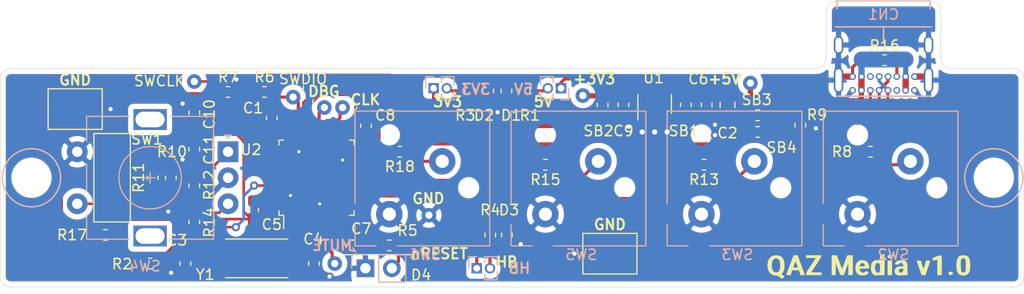
<source format=kicad_pcb>
(kicad_pcb (version 20171130) (host pcbnew "(5.1.6)-1")
  (layers (0 F.Cu signal) (31 B.Cu signal) (34 B.Paste user) (35 F.Paste user) (36 B.SilkS user) (37 F.SilkS user) (38 B.Mask user) (39 F.Mask user) (44 Edge.Cuts user))
  (net 0 "")
  (net 1 GND)
  (net 2 +3V3)
  (net 3 +5V)
  (net 4 /OSC_IN)
  (net 5 /OSC_OUT)
  (net 6 /ROT_B)
  (net 7 /ROT_A)
  (net 8 "Net-(CN1-PadA5)")
  (net 9 /USB_D+)
  (net 10 /USB_D-)
  (net 11 "Net-(CN1-PadB5)")
  (net 12 "Net-(D1-Pad2)")
  (net 13 "Net-(D2-Pad2)")
  (net 14 "Net-(D3-Pad2)")
  (net 15 "Net-(D4-Pad2)")
  (net 16 "Net-(JP1-Pad2)")
  (net 17 "Net-(JP2-Pad2)")
  (net 18 "Net-(JP3-Pad2)")
  (net 19 /HB_LED)
  (net 20 /MUTE_LED)
  (net 21 "Net-(R2-Pad2)")
  (net 22 /BOOT0)
  (net 23 /SWDIO)
  (net 24 /SWCLK)
  (net 25 /STOP)
  (net 26 "Net-(R10-Pad2)")
  (net 27 "Net-(R11-Pad2)")
  (net 28 /PREVIOUS)
  (net 29 /PLAY_PAUSE)
  (net 30 /MUTE)
  (net 31 /NEXT)
  (net 32 "Net-(SB1-Pad2)")
  (net 33 /USB_D_-)
  (net 34 /USB_D_+)
  (net 35 /nRESET)
  (net 36 /CLKOUT)
  (net 37 /DBG_TX)
  (net 38 "Net-(C9-Pad1)")
  (module QAZ_lib:QAZ_Media_v1.0 (layer F.Cu) (at 160.95 111.35)
    (fp_text reference G*** hide)
    (fp_text value LOGO hide)
  )
  (module QAZ_lib:4-40_NPTH (layer F.Cu) (at 80.1 102.5)
    (fp_text reference H2 hide)
    (fp_text value MountingHole)
    (pad "" np_thru_hole circle (at 0 0) (size 2.8448 2.8448) (drill 2.8448) (layers *.Cu *.Mask))
  )
  (module QAZ_lib:4-40_NPTH (layer F.Cu) (at 172.6 102.5)
    (fp_text reference H1 hide)
    (fp_text value MountingHole)
    (pad "" np_thru_hole circle (at 0 0) (size 2.8448 2.8448) (drill 2.8448) (layers *.Cu *.Mask))
  )
  (module QAZ_lib:NCA2 (layer B.Cu) (at 129.5 106 180)
    (fp_text reference SW5 (at -3.45 -3.9) (layer B.SilkS) (effects (justify mirror)))
    (fp_text value PLAY/PAUSE)
    (pad 1 thru_hole circle (at 0 0 180) (size 2.54 2.54) (drill 1.27) (layers *.Cu *.Mask) (net 1 GND))
    (pad "" np_thru_hole circle (at 0 7.62 180) (size 1.016 1.016) (drill 1.016) (layers *.Cu *.Mask))
    (pad 2 thru_hole circle (at -5.08 5.08 180) (size 2.54 2.54) (drill 1.27) (layers *.Cu *.Mask) (net 29 /PLAY_PAUSE))
    (pad "" np_thru_hole circle (at -7.62 2.54 180) (size 1.016 1.016) (drill 1.016) (layers *.Cu *.Mask))
  )
  (module Connector_PinHeader_2.54mm:PinHeader_1x02_P2.54mm_Vertical (layer B.Cu) (at 112.2 111.2 270)
    (fp_text reference D4 (at 0.65 -5.35) (layer F.SilkS))
    (fp_text value AMBER)
    (pad 2 thru_hole oval (at 0 -2.54 270) (size 1.7 1.7) (drill 1) (layers *.Cu *.Mask) (net 15 "Net-(D4-Pad2)"))
    (pad 1 thru_hole rect (at 0 0 270) (size 1.7 1.7) (drill 1) (layers *.Cu *.Mask) (net 1 GND))
  )
  (module QAZ_lib:TestPoint_Thruhole_0.7mm (layer F.Cu) (at 95.75 93.25)
    (fp_text reference TP10 hide)
    (fp_text value TestPoint_Thruhole_0.7mm)
    (pad 1 thru_hole circle (at 0 0) (size 1.4 1.4) (drill 0.7) (layers *.Cu *.Mask) (net 24 /SWCLK))
  )
  (module Resistor_SMD:R_0603_1608Metric_Pad1.05x0.95mm_HandSolder (layer F.Cu) (at 135 95.5 270)
    (fp_text reference SB2 (at 2.5 0.4 180) (layer F.SilkS))
    (fp_text value SolderBridge)
    (pad 2 smd roundrect (at 0.875 0 270) (size 1.05 0.95) (layers F.Cu F.Paste F.Mask) (net 2 +3V3))
    (pad 1 smd roundrect (at -0.875 0 270) (size 1.05 0.95) (layers F.Cu F.Paste F.Mask) (net 38 "Net-(C9-Pad1)"))
  )
  (module QAZ_lib:Crystal_SMD_Abracon_ABM7-2Pin_6.0x3.5mm_HS (layer F.Cu) (at 101.75 110.25 180)
    (fp_text reference Y1 (at 4.95 -1.55) (layer F.SilkS))
    (fp_text value 8.0000MHz)
    (pad 2 smd rect (at 2.65 0 180) (size 2.9 2.6) (layers F.Cu F.Paste F.Mask) (net 4 /OSC_IN))
    (pad 1 smd rect (at -2.85 0 180) (size 2.9 2.6) (layers F.Cu F.Paste F.Mask) (net 5 /OSC_OUT))
  )
  (module Package_QFP:LQFP-48_7x7mm_P0.5mm (layer F.Cu) (at 107.5 102.5 90)
    (fp_text reference U2 (at 2.7 -6.3 180) (layer F.SilkS))
    (fp_text value STM32F042C6Tx)
    (pad 1 smd roundrect (at -4.1625 -2.75 90) (size 1.475 0.3) (layers F.Cu F.Paste F.Mask) (net 2 +3V3))
    (pad 2 smd roundrect (at -4.1625 -2.25 90) (size 1.475 0.3) (layers F.Cu F.Paste F.Mask))
    (pad 3 smd roundrect (at -4.1625 -1.75 90) (size 1.475 0.3) (layers F.Cu F.Paste F.Mask))
    (pad 4 smd roundrect (at -4.1625 -1.25 90) (size 1.475 0.3) (layers F.Cu F.Paste F.Mask))
    (pad 5 smd roundrect (at -4.1625 -0.75 90) (size 1.475 0.3) (layers F.Cu F.Paste F.Mask) (net 4 /OSC_IN))
    (pad 6 smd roundrect (at -4.1625 -0.25 90) (size 1.475 0.3) (layers F.Cu F.Paste F.Mask) (net 5 /OSC_OUT))
    (pad 7 smd roundrect (at -4.1625 0.25 90) (size 1.475 0.3) (layers F.Cu F.Paste F.Mask) (net 35 /nRESET))
    (pad 8 smd roundrect (at -4.1625 0.75 90) (size 1.475 0.3) (layers F.Cu F.Paste F.Mask) (net 1 GND))
    (pad 9 smd roundrect (at -4.1625 1.25 90) (size 1.475 0.3) (layers F.Cu F.Paste F.Mask) (net 2 +3V3))
    (pad 10 smd roundrect (at -4.1625 1.75 90) (size 1.475 0.3) (layers F.Cu F.Paste F.Mask))
    (pad 11 smd roundrect (at -4.1625 2.25 90) (size 1.475 0.3) (layers F.Cu F.Paste F.Mask))
    (pad 12 smd roundrect (at -4.1625 2.75 90) (size 1.475 0.3) (layers F.Cu F.Paste F.Mask))
    (pad 13 smd roundrect (at -2.75 4.1625 90) (size 0.3 1.475) (layers F.Cu F.Paste F.Mask) (net 20 /MUTE_LED))
    (pad 14 smd roundrect (at -2.25 4.1625 90) (size 0.3 1.475) (layers F.Cu F.Paste F.Mask))
    (pad 15 smd roundrect (at -1.75 4.1625 90) (size 0.3 1.475) (layers F.Cu F.Paste F.Mask) (net 19 /HB_LED))
    (pad 16 smd roundrect (at -1.25 4.1625 90) (size 0.3 1.475) (layers F.Cu F.Paste F.Mask))
    (pad 17 smd roundrect (at -0.75 4.1625 90) (size 0.3 1.475) (layers F.Cu F.Paste F.Mask))
    (pad 18 smd roundrect (at -0.25 4.1625 90) (size 0.3 1.475) (layers F.Cu F.Paste F.Mask))
    (pad 19 smd roundrect (at 0.25 4.1625 90) (size 0.3 1.475) (layers F.Cu F.Paste F.Mask) (net 25 /STOP))
    (pad 20 smd roundrect (at 0.75 4.1625 90) (size 0.3 1.475) (layers F.Cu F.Paste F.Mask) (net 28 /PREVIOUS))
    (pad 21 smd roundrect (at 1.25 4.1625 90) (size 0.3 1.475) (layers F.Cu F.Paste F.Mask) (net 29 /PLAY_PAUSE))
    (pad 22 smd roundrect (at 1.75 4.1625 90) (size 0.3 1.475) (layers F.Cu F.Paste F.Mask) (net 31 /NEXT))
    (pad 23 smd roundrect (at 2.25 4.1625 90) (size 0.3 1.475) (layers F.Cu F.Paste F.Mask) (net 1 GND))
    (pad 24 smd roundrect (at 2.75 4.1625 90) (size 0.3 1.475) (layers F.Cu F.Paste F.Mask) (net 2 +3V3))
    (pad 25 smd roundrect (at 4.1625 2.75 90) (size 1.475 0.3) (layers F.Cu F.Paste F.Mask))
    (pad 26 smd roundrect (at 4.1625 2.25 90) (size 1.475 0.3) (layers F.Cu F.Paste F.Mask))
    (pad 27 smd roundrect (at 4.1625 1.75 90) (size 1.475 0.3) (layers F.Cu F.Paste F.Mask))
    (pad 28 smd roundrect (at 4.1625 1.25 90) (size 1.475 0.3) (layers F.Cu F.Paste F.Mask))
    (pad 29 smd roundrect (at 4.1625 0.75 90) (size 1.475 0.3) (layers F.Cu F.Paste F.Mask) (net 36 /CLKOUT))
    (pad 30 smd roundrect (at 4.1625 0.25 90) (size 1.475 0.3) (layers F.Cu F.Paste F.Mask) (net 37 /DBG_TX))
    (pad 31 smd roundrect (at 4.1625 -0.25 90) (size 1.475 0.3) (layers F.Cu F.Paste F.Mask))
    (pad 32 smd roundrect (at 4.1625 -0.75 90) (size 1.475 0.3) (layers F.Cu F.Paste F.Mask) (net 33 /USB_D_-))
    (pad 33 smd roundrect (at 4.1625 -1.25 90) (size 1.475 0.3) (layers F.Cu F.Paste F.Mask) (net 34 /USB_D_+))
    (pad 34 smd roundrect (at 4.1625 -1.75 90) (size 1.475 0.3) (layers F.Cu F.Paste F.Mask) (net 23 /SWDIO))
    (pad 35 smd roundrect (at 4.1625 -2.25 90) (size 1.475 0.3) (layers F.Cu F.Paste F.Mask) (net 1 GND))
    (pad 36 smd roundrect (at 4.1625 -2.75 90) (size 1.475 0.3) (layers F.Cu F.Paste F.Mask) (net 2 +3V3))
    (pad 37 smd roundrect (at 2.75 -4.1625 90) (size 0.3 1.475) (layers F.Cu F.Paste F.Mask) (net 24 /SWCLK))
    (pad 38 smd roundrect (at 2.25 -4.1625 90) (size 0.3 1.475) (layers F.Cu F.Paste F.Mask) (net 30 /MUTE))
    (pad 39 smd roundrect (at 1.75 -4.1625 90) (size 0.3 1.475) (layers F.Cu F.Paste F.Mask))
    (pad 40 smd roundrect (at 1.25 -4.1625 90) (size 0.3 1.475) (layers F.Cu F.Paste F.Mask) (net 6 /ROT_B))
    (pad 41 smd roundrect (at 0.75 -4.1625 90) (size 0.3 1.475) (layers F.Cu F.Paste F.Mask) (net 7 /ROT_A))
    (pad 42 smd roundrect (at 0.25 -4.1625 90) (size 0.3 1.475) (layers F.Cu F.Paste F.Mask))
    (pad 43 smd roundrect (at -0.25 -4.1625 90) (size 0.3 1.475) (layers F.Cu F.Paste F.Mask))
    (pad 44 smd roundrect (at -0.75 -4.1625 90) (size 0.3 1.475) (layers F.Cu F.Paste F.Mask) (net 22 /BOOT0))
    (pad 45 smd roundrect (at -1.25 -4.1625 90) (size 0.3 1.475) (layers F.Cu F.Paste F.Mask))
    (pad 46 smd roundrect (at -1.75 -4.1625 90) (size 0.3 1.475) (layers F.Cu F.Paste F.Mask))
    (pad 47 smd roundrect (at -2.25 -4.1625 90) (size 0.3 1.475) (layers F.Cu F.Paste F.Mask) (net 1 GND))
    (pad 48 smd roundrect (at -2.75 -4.1625 90) (size 0.3 1.475) (layers F.Cu F.Paste F.Mask) (net 2 +3V3))
  )
  (module Package_TO_SOT_SMD:SOT-23-5 (layer F.Cu) (at 140 95.4 90)
    (fp_text reference U1 (at 2.5 -0.1 180) (layer F.SilkS))
    (fp_text value AP2112K-3.3)
    (pad 5 smd rect (at 1.1 -0.95 90) (size 1.06 0.65) (layers F.Cu F.Paste F.Mask) (net 38 "Net-(C9-Pad1)"))
    (pad 4 smd rect (at 1.1 0.95 90) (size 1.06 0.65) (layers F.Cu F.Paste F.Mask))
    (pad 3 smd rect (at -1.1 0.95 90) (size 1.06 0.65) (layers F.Cu F.Paste F.Mask) (net 32 "Net-(SB1-Pad2)"))
    (pad 2 smd rect (at -1.1 0 90) (size 1.06 0.65) (layers F.Cu F.Paste F.Mask) (net 1 GND))
    (pad 1 smd rect (at -1.1 -0.95 90) (size 1.06 0.65) (layers F.Cu F.Paste F.Mask) (net 32 "Net-(SB1-Pad2)"))
  )
  (module QAZ_lib:TestPoint_Thruhole_0.7mm (layer F.Cu) (at 105.25 94.75)
    (fp_text reference TP9 hide)
    (fp_text value TestPoint_Thruhole_0.7mm)
    (pad 1 thru_hole circle (at 0 0) (size 1.4 1.4) (drill 0.7) (layers *.Cu *.Mask) (net 23 /SWDIO))
  )
  (module QAZ_lib:TestPoint_Thruhole_0.7mm (layer F.Cu) (at 108.25 95.75)
    (fp_text reference TP8 hide)
    (fp_text value TestPoint_Thruhole_0.7mm)
    (pad 1 thru_hole circle (at 0 0) (size 1.4 1.4) (drill 0.7) (layers *.Cu *.Mask) (net 37 /DBG_TX))
  )
  (module QAZ_lib:TestPoint_Thruhole_0.7mm (layer F.Cu) (at 110 95.75)
    (fp_text reference TP7 hide)
    (fp_text value TestPoint_Thruhole_0.7mm)
    (pad 1 thru_hole circle (at 0 0) (size 1.4 1.4) (drill 0.7) (layers *.Cu *.Mask) (net 36 /CLKOUT))
  )
  (module QAZ_lib:TestPoint_Thruhole_0.7mm (layer F.Cu) (at 109.25 110.75)
    (fp_text reference TP6 hide)
    (fp_text value TestPoint_Thruhole_0.7mm)
    (pad 1 thru_hole circle (at 0 0) (size 1.4 1.4) (drill 0.7) (layers *.Cu *.Mask) (net 35 /nRESET))
  )
  (module QAZ_lib:TestPoint_Thruhole_0.7mm (layer F.Cu) (at 133.1 94.6)
    (fp_text reference TP5 hide)
    (fp_text value TestPoint_Thruhole_0.7mm)
    (pad 1 thru_hole circle (at 0 0) (size 1.4 1.4) (drill 0.7) (layers *.Cu *.Mask) (net 38 "Net-(C9-Pad1)"))
  )
  (module QAZ_lib:TestPoint_Thruhole_0.7mm (layer F.Cu) (at 118.3 106.1)
    (fp_text reference TP4 hide)
    (fp_text value TestPoint_Thruhole_0.7mm)
    (pad 1 thru_hole circle (at 0 0) (size 1.4 1.4) (drill 0.7) (layers *.Cu *.Mask) (net 1 GND))
  )
  (module QAZ_lib:TestPoint_SMD_1812_HS (layer F.Cu) (at 84.3 95.9)
    (fp_text reference TP3 hide)
    (fp_text value TestPoint_SMD_1812)
    (pad 1 smd rect (at 0 0) (size 4.6 3.3) (layers F.Cu F.Paste F.Mask) (net 1 GND))
  )
  (module QAZ_lib:TestPoint_SMD_1812_HS (layer F.Cu) (at 135.7 109.8)
    (fp_text reference TP2 hide)
    (fp_text value TestPoint_SMD_1812)
    (pad 1 smd rect (at 0 0) (size 4.6 3.3) (layers F.Cu F.Paste F.Mask) (net 1 GND))
  )
  (module QAZ_lib:TestPoint_Thruhole_0.7mm (layer F.Cu) (at 149.2 93.4)
    (fp_text reference TP1 hide)
    (fp_text value TestPoint_Thruhole_0.7mm)
    (pad 1 thru_hole circle (at 0 0) (size 1.4 1.4) (drill 0.7) (layers *.Cu *.Mask) (net 3 +5V))
  )
  (module QAZ_lib:NCA2 (layer B.Cu) (at 114.5 106 180)
    (fp_text reference SW6 (at -3.45 -3.9) (layer B.SilkS) (effects (justify mirror)))
    (fp_text value NEXT)
    (pad 1 thru_hole circle (at 0 0 180) (size 2.54 2.54) (drill 1.27) (layers *.Cu *.Mask) (net 1 GND))
    (pad "" np_thru_hole circle (at 0 7.62 180) (size 1.016 1.016) (drill 1.016) (layers *.Cu *.Mask))
    (pad 2 thru_hole circle (at -5.08 5.08 180) (size 2.54 2.54) (drill 1.27) (layers *.Cu *.Mask) (net 31 /NEXT))
    (pad "" np_thru_hole circle (at -7.62 2.54 180) (size 1.016 1.016) (drill 1.016) (layers *.Cu *.Mask))
  )
  (module Rotary_Encoder:RotaryEncoder_Alps_EC11E-Switch_Vertical_H20mm (layer B.Cu) (at 99 100 180)
    (fp_text reference SW4 (at 8 -11) (layer B.SilkS) (effects (justify mirror)))
    (fp_text value VOLUME)
    (pad S1 thru_hole circle (at 14.5 -5 180) (size 2 2) (drill 1) (layers *.Cu *.Mask) (net 30 /MUTE))
    (pad S2 thru_hole circle (at 14.5 0 180) (size 2 2) (drill 1) (layers *.Cu *.Mask) (net 1 GND))
    (pad MP thru_hole rect (at 7.5 -8.1 180) (size 3.2 2) (drill oval 2.8 1.5) (layers *.Cu *.Mask))
    (pad MP thru_hole rect (at 7.5 3.1 180) (size 3.2 2) (drill oval 2.8 1.5) (layers *.Cu *.Mask))
    (pad B thru_hole circle (at 0 -5 180) (size 2 2) (drill 1) (layers *.Cu *.Mask) (net 27 "Net-(R11-Pad2)"))
    (pad C thru_hole circle (at 0 -2.5 180) (size 2 2) (drill 1) (layers *.Cu *.Mask) (net 1 GND))
    (pad A thru_hole rect (at 0 0 180) (size 2 2) (drill 1) (layers *.Cu *.Mask) (net 26 "Net-(R10-Pad2)"))
  )
  (module QAZ_lib:NCA2 (layer B.Cu) (at 144.5 106 180)
    (fp_text reference SW3 (at -3.45 -3.9) (layer B.SilkS) (effects (justify mirror)))
    (fp_text value PREVIOUS)
    (pad 1 thru_hole circle (at 0 0 180) (size 2.54 2.54) (drill 1.27) (layers *.Cu *.Mask) (net 1 GND))
    (pad "" np_thru_hole circle (at 0 7.62 180) (size 1.016 1.016) (drill 1.016) (layers *.Cu *.Mask))
    (pad 2 thru_hole circle (at -5.08 5.08 180) (size 2.54 2.54) (drill 1.27) (layers *.Cu *.Mask) (net 28 /PREVIOUS))
    (pad "" np_thru_hole circle (at -7.62 2.54 180) (size 1.016 1.016) (drill 1.016) (layers *.Cu *.Mask))
  )
  (module QAZ_lib:NCA2 (layer B.Cu) (at 159.5 106 180)
    (fp_text reference SW2 (at -3.45 -3.9) (layer B.SilkS) (effects (justify mirror)))
    (fp_text value STOP)
    (pad 1 thru_hole circle (at 0 0 180) (size 2.54 2.54) (drill 1.27) (layers *.Cu *.Mask) (net 1 GND))
    (pad "" np_thru_hole circle (at 0 7.62 180) (size 1.016 1.016) (drill 1.016) (layers *.Cu *.Mask))
    (pad 2 thru_hole circle (at -5.08 5.08 180) (size 2.54 2.54) (drill 1.27) (layers *.Cu *.Mask) (net 25 /STOP))
    (pad "" np_thru_hole circle (at -7.62 2.54 180) (size 1.016 1.016) (drill 1.016) (layers *.Cu *.Mask))
  )
  (module QAZ_lib:JS102011SCQN_SPDT (layer F.Cu) (at 90.6 105 90)
    (fp_text reference SW1 (at 6.2 0.6 180) (layer F.SilkS))
    (fp_text value JS102011SCQN)
    (pad 2 smd rect (at 2.5 -5.5 90) (size 1 2.5) (layers F.Cu F.Paste F.Mask) (net 21 "Net-(R2-Pad2)"))
    (pad 3 smd rect (at 5 0.1 90) (size 1 2.5) (layers F.Cu F.Paste F.Mask) (net 2 +3V3))
    (pad 1 smd rect (at 0 0.1 90) (size 1 2.5) (layers F.Cu F.Paste F.Mask) (net 1 GND))
  )
  (module Resistor_SMD:R_0603_1608Metric_Pad1.05x0.95mm_HandSolder (layer F.Cu) (at 149.9 98.1 180)
    (fp_text reference SB4 (at -2.3 -1.5) (layer F.SilkS))
    (fp_text value SolderBridge)
    (pad 2 smd roundrect (at 0.875 0 180) (size 1.05 0.95) (layers F.Cu F.Paste F.Mask) (net 33 /USB_D_-))
    (pad 1 smd roundrect (at -0.875 0 180) (size 1.05 0.95) (layers F.Cu F.Paste F.Mask) (net 10 /USB_D-))
  )
  (module Resistor_SMD:R_0603_1608Metric_Pad1.05x0.95mm_HandSolder (layer F.Cu) (at 149.9 96.5 180)
    (fp_text reference SB3 (at 0.1 1.5) (layer F.SilkS))
    (fp_text value SolderBridge)
    (pad 2 smd roundrect (at 0.875 0 180) (size 1.05 0.95) (layers F.Cu F.Paste F.Mask) (net 34 /USB_D_+))
    (pad 1 smd roundrect (at -0.875 0 180) (size 1.05 0.95) (layers F.Cu F.Paste F.Mask) (net 9 /USB_D+))
  )
  (module Resistor_SMD:R_0603_1608Metric_Pad1.05x0.95mm_HandSolder (layer F.Cu) (at 143 95.5 270)
    (fp_text reference SB1 (at 2.5 0.2 180) (layer F.SilkS))
    (fp_text value SolderBridge)
    (pad 2 smd roundrect (at 0.875 0 270) (size 1.05 0.95) (layers F.Cu F.Paste F.Mask) (net 32 "Net-(SB1-Pad2)"))
    (pad 1 smd roundrect (at -0.875 0 270) (size 1.05 0.95) (layers F.Cu F.Paste F.Mask) (net 3 +5V))
  )
  (module Resistor_SMD:R_0603_1608Metric_Pad1.05x0.95mm_HandSolder (layer F.Cu) (at 115.5 100 180)
    (fp_text reference R18 (at 0 -1.43) (layer F.SilkS))
    (fp_text value 10kΩ)
    (pad 2 smd roundrect (at 0.875 0 180) (size 1.05 0.95) (layers F.Cu F.Paste F.Mask) (net 31 /NEXT))
    (pad 1 smd roundrect (at -0.875 0 180) (size 1.05 0.95) (layers F.Cu F.Paste F.Mask) (net 2 +3V3))
  )
  (module Resistor_SMD:R_0603_1608Metric_Pad1.05x0.95mm_HandSolder (layer F.Cu) (at 87.2 108 180)
    (fp_text reference R17 (at 3.2 0) (layer F.SilkS))
    (fp_text value 10kΩ)
    (pad 2 smd roundrect (at 0.875 0 180) (size 1.05 0.95) (layers F.Cu F.Paste F.Mask) (net 30 /MUTE))
    (pad 1 smd roundrect (at -0.875 0 180) (size 1.05 0.95) (layers F.Cu F.Paste F.Mask) (net 2 +3V3))
  )
  (module Resistor_SMD:R_0603_1608Metric_Pad1.05x0.95mm_HandSolder (layer F.Cu) (at 162.1 91.2)
    (fp_text reference R16 (at 0 -1.4) (layer F.SilkS))
    (fp_text value 5.1kΩ)
    (pad 2 smd roundrect (at 0.875 0) (size 1.05 0.95) (layers F.Cu F.Paste F.Mask) (net 11 "Net-(CN1-PadB5)"))
    (pad 1 smd roundrect (at -0.875 0) (size 1.05 0.95) (layers F.Cu F.Paste F.Mask) (net 1 GND))
  )
  (module Resistor_SMD:R_0603_1608Metric_Pad1.05x0.95mm_HandSolder (layer F.Cu) (at 129.5 101.25 180)
    (fp_text reference R15 (at 0 -1.43) (layer F.SilkS))
    (fp_text value 10kΩ)
    (pad 2 smd roundrect (at 0.875 0 180) (size 1.05 0.95) (layers F.Cu F.Paste F.Mask) (net 29 /PLAY_PAUSE))
    (pad 1 smd roundrect (at -0.875 0 180) (size 1.05 0.95) (layers F.Cu F.Paste F.Mask) (net 2 +3V3))
  )
  (module Resistor_SMD:R_0603_1608Metric_Pad1.05x0.95mm_HandSolder (layer F.Cu) (at 95.75 106.75 90)
    (fp_text reference R14 (at -0.05 1.45 270) (layer F.SilkS))
    (fp_text value 10kΩ)
    (pad 2 smd roundrect (at 0.875 0 90) (size 1.05 0.95) (layers F.Cu F.Paste F.Mask) (net 27 "Net-(R11-Pad2)"))
    (pad 1 smd roundrect (at -0.875 0 90) (size 1.05 0.95) (layers F.Cu F.Paste F.Mask) (net 2 +3V3))
  )
  (module Resistor_SMD:R_0603_1608Metric_Pad1.05x0.95mm_HandSolder (layer F.Cu) (at 144.75 101.25 180)
    (fp_text reference R13 (at 0 -1.43) (layer F.SilkS))
    (fp_text value 10kΩ)
    (pad 2 smd roundrect (at 0.875 0 180) (size 1.05 0.95) (layers F.Cu F.Paste F.Mask) (net 28 /PREVIOUS))
    (pad 1 smd roundrect (at -0.875 0 180) (size 1.05 0.95) (layers F.Cu F.Paste F.Mask) (net 2 +3V3))
  )
  (module Resistor_SMD:R_0603_1608Metric_Pad1.05x0.95mm_HandSolder (layer F.Cu) (at 95.75 103.25 270)
    (fp_text reference R12 (at -0.05 -1.45 270) (layer F.SilkS))
    (fp_text value 10kΩ)
    (pad 2 smd roundrect (at 0.875 0 270) (size 1.05 0.95) (layers F.Cu F.Paste F.Mask) (net 26 "Net-(R10-Pad2)"))
    (pad 1 smd roundrect (at -0.875 0 270) (size 1.05 0.95) (layers F.Cu F.Paste F.Mask) (net 2 +3V3))
  )
  (module Resistor_SMD:R_0603_1608Metric_Pad1.05x0.95mm_HandSolder (layer F.Cu) (at 91.75 102.5 270)
    (fp_text reference R11 (at 0 1.35 90) (layer F.SilkS))
    (fp_text value 10kΩ)
    (pad 2 smd roundrect (at 0.875 0 270) (size 1.05 0.95) (layers F.Cu F.Paste F.Mask) (net 27 "Net-(R11-Pad2)"))
    (pad 1 smd roundrect (at -0.875 0 270) (size 1.05 0.95) (layers F.Cu F.Paste F.Mask) (net 6 /ROT_B))
  )
  (module Resistor_SMD:R_0603_1608Metric_Pad1.05x0.95mm_HandSolder (layer F.Cu) (at 93.5 102.5 270)
    (fp_text reference R10 (at -2.5 -0.1 180) (layer F.SilkS))
    (fp_text value 10kΩ)
    (pad 2 smd roundrect (at 0.875 0 270) (size 1.05 0.95) (layers F.Cu F.Paste F.Mask) (net 26 "Net-(R10-Pad2)"))
    (pad 1 smd roundrect (at -0.875 0 270) (size 1.05 0.95) (layers F.Cu F.Paste F.Mask) (net 7 /ROT_A))
  )
  (module Resistor_SMD:R_0603_1608Metric_Pad1.05x0.95mm_HandSolder (layer F.Cu) (at 154 97.45 270)
    (fp_text reference R9 (at -1 -1.6 180) (layer F.SilkS))
    (fp_text value 5.1kΩ)
    (pad 2 smd roundrect (at 0.875 0 270) (size 1.05 0.95) (layers F.Cu F.Paste F.Mask) (net 1 GND))
    (pad 1 smd roundrect (at -0.875 0 270) (size 1.05 0.95) (layers F.Cu F.Paste F.Mask) (net 8 "Net-(CN1-PadA5)"))
  )
  (module Resistor_SMD:R_0603_1608Metric_Pad1.05x0.95mm_HandSolder (layer F.Cu) (at 160.75 100)
    (fp_text reference R8 (at -2.75 0) (layer F.SilkS))
    (fp_text value 10kΩ)
    (pad 2 smd roundrect (at 0.875 0) (size 1.05 0.95) (layers F.Cu F.Paste F.Mask) (net 25 /STOP))
    (pad 1 smd roundrect (at -0.875 0) (size 1.05 0.95) (layers F.Cu F.Paste F.Mask) (net 2 +3V3))
  )
  (module Resistor_SMD:R_0603_1608Metric_Pad1.05x0.95mm_HandSolder (layer F.Cu) (at 99 94.25)
    (fp_text reference R7 (at 0 -1.43) (layer F.SilkS))
    (fp_text value 1.3kΩ)
    (pad 2 smd roundrect (at 0.875 0) (size 1.05 0.95) (layers F.Cu F.Paste F.Mask) (net 1 GND))
    (pad 1 smd roundrect (at -0.875 0) (size 1.05 0.95) (layers F.Cu F.Paste F.Mask) (net 24 /SWCLK))
  )
  (module Resistor_SMD:R_0603_1608Metric_Pad1.05x0.95mm_HandSolder (layer F.Cu) (at 102.5 94.25)
    (fp_text reference R6 (at 0 -1.43) (layer F.SilkS))
    (fp_text value 1.3kΩ)
    (pad 2 smd roundrect (at 0.875 0) (size 1.05 0.95) (layers F.Cu F.Paste F.Mask) (net 23 /SWDIO))
    (pad 1 smd roundrect (at -0.875 0) (size 1.05 0.95) (layers F.Cu F.Paste F.Mask) (net 2 +3V3))
  )
  (module Resistor_SMD:R_0603_1608Metric_Pad1.05x0.95mm_HandSolder (layer F.Cu) (at 114.5 109)
    (fp_text reference R5 (at 1.75 -1.43) (layer F.SilkS))
    (fp_text value 1.4kΩ)
    (pad 2 smd roundrect (at 0.875 0) (size 1.05 0.95) (layers F.Cu F.Paste F.Mask) (net 15 "Net-(D4-Pad2)"))
    (pad 1 smd roundrect (at -0.875 0) (size 1.05 0.95) (layers F.Cu F.Paste F.Mask) (net 20 /MUTE_LED))
  )
  (module Resistor_SMD:R_0603_1608Metric_Pad1.05x0.95mm_HandSolder (layer F.Cu) (at 124.2 108 90)
    (fp_text reference R4 (at 2.4 0 180) (layer F.SilkS))
    (fp_text value 1.3kΩ)
    (pad 2 smd roundrect (at 0.875 0 90) (size 1.05 0.95) (layers F.Cu F.Paste F.Mask) (net 14 "Net-(D3-Pad2)"))
    (pad 1 smd roundrect (at -0.875 0 90) (size 1.05 0.95) (layers F.Cu F.Paste F.Mask) (net 18 "Net-(JP3-Pad2)"))
  )
  (module Resistor_SMD:R_0603_1608Metric_Pad1.05x0.95mm_HandSolder (layer F.Cu) (at 122.25 94.15 90)
    (fp_text reference R3 (at -2.35 -0.45 180) (layer F.SilkS))
    (fp_text value 1.3kΩ)
    (pad 2 smd roundrect (at 0.875 0 90) (size 1.05 0.95) (layers F.Cu F.Paste F.Mask) (net 13 "Net-(D2-Pad2)"))
    (pad 1 smd roundrect (at -0.875 0 90) (size 1.05 0.95) (layers F.Cu F.Paste F.Mask) (net 17 "Net-(JP2-Pad2)"))
  )
  (module Resistor_SMD:R_0603_1608Metric_Pad1.05x0.95mm_HandSolder (layer F.Cu) (at 91.5 110.75 180)
    (fp_text reference R2 (at 2.7 -0.05) (layer F.SilkS))
    (fp_text value 10kΩ)
    (pad 2 smd roundrect (at 0.875 0 180) (size 1.05 0.95) (layers F.Cu F.Paste F.Mask) (net 21 "Net-(R2-Pad2)"))
    (pad 1 smd roundrect (at -0.875 0 180) (size 1.05 0.95) (layers F.Cu F.Paste F.Mask) (net 22 /BOOT0))
  )
  (module Resistor_SMD:R_0603_1608Metric_Pad1.05x0.95mm_HandSolder (layer F.Cu) (at 127.5 94.15 90)
    (fp_text reference R1 (at -2.35 0.5 180) (layer F.SilkS))
    (fp_text value 2.49kΩ)
    (pad 2 smd roundrect (at 0.875 0 90) (size 1.05 0.95) (layers F.Cu F.Paste F.Mask) (net 12 "Net-(D1-Pad2)"))
    (pad 1 smd roundrect (at -0.875 0 90) (size 1.05 0.95) (layers F.Cu F.Paste F.Mask) (net 16 "Net-(JP1-Pad2)"))
  )
  (module Connector_PinHeader_1.27mm:PinHeader_1x02_P1.27mm_Vertical (layer B.Cu) (at 122.9 111.2 270)
    (fp_text reference JP3 hide)
    (fp_text value Jumper_NC_Small)
    (pad 2 thru_hole oval (at 0 -1.27 270) (size 1 1) (drill 0.65) (layers *.Cu *.Mask) (net 18 "Net-(JP3-Pad2)"))
    (pad 1 thru_hole rect (at 0 0 270) (size 1 1) (drill 0.65) (layers *.Cu *.Mask) (net 19 /HB_LED))
  )
  (module Connector_PinHeader_1.27mm:PinHeader_1x02_P1.27mm_Vertical (layer B.Cu) (at 118.75 93.9 270)
    (fp_text reference JP2 hide)
    (fp_text value Jumper_NC_Small)
    (pad 1 thru_hole rect (at 0 0 270) (size 1 1) (drill 0.65) (layers *.Cu *.Mask) (net 2 +3V3))
    (pad 2 thru_hole oval (at 0 -1.27 270) (size 1 1) (drill 0.65) (layers *.Cu *.Mask) (net 17 "Net-(JP2-Pad2)"))
  )
  (module Connector_PinHeader_1.27mm:PinHeader_1x02_P1.27mm_Vertical (layer B.Cu) (at 131 93.9 90)
    (fp_text reference JP1 hide)
    (fp_text value Jumper_NC_Small)
    (pad 1 thru_hole rect (at 0 0 90) (size 1 1) (drill 0.65) (layers *.Cu *.Mask) (net 3 +5V))
    (pad 2 thru_hole oval (at 0 -1.27 90) (size 1 1) (drill 0.65) (layers *.Cu *.Mask) (net 16 "Net-(JP1-Pad2)"))
  )
  (module Resistor_SMD:R_0603_1608Metric_Pad1.05x0.95mm_HandSolder (layer F.Cu) (at 125.8 108 90)
    (fp_text reference D3 (at 2.4 0.2 180) (layer F.SilkS))
    (fp_text value RED)
    (pad 2 smd roundrect (at 0.875 0 90) (size 1.05 0.95) (layers F.Cu F.Paste F.Mask) (net 14 "Net-(D3-Pad2)"))
    (pad 1 smd roundrect (at -0.875 0 90) (size 1.05 0.95) (layers F.Cu F.Paste F.Mask) (net 1 GND))
  )
  (module Resistor_SMD:R_0603_1608Metric_Pad1.05x0.95mm_HandSolder (layer F.Cu) (at 124 94.15 90)
    (fp_text reference D2 (at -2.35 -0.4 180) (layer F.SilkS))
    (fp_text value GREEN)
    (pad 2 smd roundrect (at 0.875 0 90) (size 1.05 0.95) (layers F.Cu F.Paste F.Mask) (net 13 "Net-(D2-Pad2)"))
    (pad 1 smd roundrect (at -0.875 0 90) (size 1.05 0.95) (layers F.Cu F.Paste F.Mask) (net 1 GND))
  )
  (module Resistor_SMD:R_0603_1608Metric_Pad1.05x0.95mm_HandSolder (layer F.Cu) (at 125.75 94.15 90)
    (fp_text reference D1 (at -2.35 0.45 180) (layer F.SilkS))
    (fp_text value BLUE)
    (pad 2 smd roundrect (at 0.875 0 90) (size 1.05 0.95) (layers F.Cu F.Paste F.Mask) (net 12 "Net-(D1-Pad2)"))
    (pad 1 smd roundrect (at -0.875 0 90) (size 1.05 0.95) (layers F.Cu F.Paste F.Mask) (net 1 GND))
  )
  (module QAZ_lib:USB_C_GCT_USB4085 (layer B.Cu) (at 162 88)
    (fp_text reference CN1 (at 0 -1.2) (layer B.SilkS) (effects (justify mirror)))
    (fp_text value USB2.0_TYPE_C)
    (pad A5 thru_hole circle (at -1.275 6.1) (size 0.65 0.65) (drill 0.4) (layers *.Cu *.Mask) (net 8 "Net-(CN1-PadA5)"))
    (pad A1 thru_hole circle (at -2.975 6.1) (size 0.65 0.65) (drill 0.4) (layers *.Cu *.Mask) (net 1 GND))
    (pad A4 thru_hole circle (at -2.125 6.1) (size 0.65 0.65) (drill 0.4) (layers *.Cu *.Mask) (net 3 +5V))
    (pad A6 thru_hole circle (at -0.425 6.1) (size 0.65 0.65) (drill 0.4) (layers *.Cu *.Mask) (net 9 /USB_D+))
    (pad A7 thru_hole circle (at 0.425 6.1) (size 0.65 0.65) (drill 0.4) (layers *.Cu *.Mask) (net 10 /USB_D-))
    (pad A8 thru_hole circle (at 1.275 6.1) (size 0.65 0.65) (drill 0.4) (layers *.Cu *.Mask))
    (pad A9 thru_hole circle (at 2.125 6.1) (size 0.65 0.65) (drill 0.4) (layers *.Cu *.Mask) (net 3 +5V))
    (pad A12 thru_hole circle (at 2.975 6.1) (size 0.65 0.65) (drill 0.4) (layers *.Cu *.Mask) (net 1 GND))
    (pad B12 thru_hole circle (at -2.975 4.775) (size 0.65 0.65) (drill 0.4) (layers *.Cu *.Mask) (net 1 GND))
    (pad B9 thru_hole circle (at -2.12 4.775) (size 0.65 0.65) (drill 0.4) (layers *.Cu *.Mask) (net 3 +5V))
    (pad B8 thru_hole circle (at -1.27 4.775) (size 0.65 0.65) (drill 0.4) (layers *.Cu *.Mask))
    (pad B7 thru_hole circle (at -0.42 4.775) (size 0.65 0.65) (drill 0.4) (layers *.Cu *.Mask) (net 10 /USB_D-))
    (pad B6 thru_hole circle (at 0.43 4.775) (size 0.65 0.65) (drill 0.4) (layers *.Cu *.Mask) (net 9 /USB_D+))
    (pad B5 thru_hole circle (at 1.28 4.775) (size 0.65 0.65) (drill 0.4) (layers *.Cu *.Mask) (net 11 "Net-(CN1-PadB5)"))
    (pad B4 thru_hole circle (at 2.13 4.775) (size 0.65 0.65) (drill 0.4) (layers *.Cu *.Mask) (net 3 +5V))
    (pad B1 thru_hole circle (at 2.98 4.775) (size 0.65 0.65) (drill 0.4) (layers *.Cu *.Mask) (net 1 GND))
    (pad S1 thru_hole oval (at -4.325 5.12) (size 0.9 2.4) (drill oval 0.6 2.1) (layers *.Cu *.Mask) (net 1 GND))
    (pad S1 thru_hole oval (at 4.325 5.12) (size 0.9 2.4) (drill oval 0.6 2.1) (layers *.Cu *.Mask) (net 1 GND))
    (pad S1 thru_hole oval (at -4.325 1.74) (size 0.9 1.7) (drill oval 0.6 1.4) (layers *.Cu *.Mask) (net 1 GND))
    (pad S1 thru_hole oval (at 4.325 1.74) (size 0.9 1.7) (drill oval 0.6 1.4) (layers *.Cu *.Mask) (net 1 GND))
  )
  (module Capacitor_SMD:C_0603_1608Metric_Pad1.05x0.95mm_HandSolder (layer F.Cu) (at 95.75 99.75 270)
    (fp_text reference C11 (at 0.05 -1.45 270) (layer F.SilkS))
    (fp_text value 0.01uF)
    (pad 2 smd roundrect (at 0.875 0 270) (size 1.05 0.95) (layers F.Cu F.Paste F.Mask) (net 1 GND))
    (pad 1 smd roundrect (at -0.875 0 270) (size 1.05 0.95) (layers F.Cu F.Paste F.Mask) (net 7 /ROT_A))
  )
  (module Capacitor_SMD:C_0603_1608Metric_Pad1.05x0.95mm_HandSolder (layer F.Cu) (at 95.75 96.25 90)
    (fp_text reference C10 (at -0.15 1.45 270) (layer F.SilkS))
    (fp_text value 0.01uF)
    (pad 2 smd roundrect (at 0.875 0 90) (size 1.05 0.95) (layers F.Cu F.Paste F.Mask) (net 1 GND))
    (pad 1 smd roundrect (at -0.875 0 90) (size 1.05 0.95) (layers F.Cu F.Paste F.Mask) (net 6 /ROT_B))
  )
  (module Capacitor_SMD:C_0603_1608Metric_Pad1.05x0.95mm_HandSolder (layer F.Cu) (at 137 95.5 270)
    (fp_text reference C9 (at 2.5 0 180) (layer F.SilkS))
    (fp_text value 1uF)
    (pad 2 smd roundrect (at 0.875 0 270) (size 1.05 0.95) (layers F.Cu F.Paste F.Mask) (net 1 GND))
    (pad 1 smd roundrect (at -0.875 0 270) (size 1.05 0.95) (layers F.Cu F.Paste F.Mask) (net 38 "Net-(C9-Pad1)"))
  )
  (module Capacitor_SMD:C_0603_1608Metric_Pad1.05x0.95mm_HandSolder (layer F.Cu) (at 112.25 97.5 90)
    (fp_text reference C8 (at 1 1.85 180) (layer F.SilkS))
    (fp_text value 0.1uF)
    (pad 2 smd roundrect (at 0.875 0 90) (size 1.05 0.95) (layers F.Cu F.Paste F.Mask) (net 1 GND))
    (pad 1 smd roundrect (at -0.875 0 90) (size 1.05 0.95) (layers F.Cu F.Paste F.Mask) (net 2 +3V3))
  )
  (module Capacitor_SMD:C_0603_1608Metric_Pad1.05x0.95mm_HandSolder (layer F.Cu) (at 111 109 180)
    (fp_text reference C7 (at -0.8 1.6) (layer F.SilkS))
    (fp_text value 0.1uF)
    (pad 2 smd roundrect (at 0.875 0 180) (size 1.05 0.95) (layers F.Cu F.Paste F.Mask) (net 1 GND))
    (pad 1 smd roundrect (at -0.875 0 180) (size 1.05 0.95) (layers F.Cu F.Paste F.Mask) (net 2 +3V3))
  )
  (module Capacitor_SMD:C_0603_1608Metric_Pad1.05x0.95mm_HandSolder (layer F.Cu) (at 145 95.5 270)
    (fp_text reference C6 (at -2.5 0.8 180) (layer F.SilkS))
    (fp_text value 1uF)
    (pad 2 smd roundrect (at 0.875 0 270) (size 1.05 0.95) (layers F.Cu F.Paste F.Mask) (net 1 GND))
    (pad 1 smd roundrect (at -0.875 0 270) (size 1.05 0.95) (layers F.Cu F.Paste F.Mask) (net 3 +5V))
  )
  (module Capacitor_SMD:C_0603_1608Metric_Pad1.05x0.95mm_HandSolder (layer F.Cu) (at 101.4 105.6 90)
    (fp_text reference C5 (at -1.4 1.8 180) (layer F.SilkS))
    (fp_text value 0.1uF)
    (pad 2 smd roundrect (at 0.875 0 90) (size 1.05 0.95) (layers F.Cu F.Paste F.Mask) (net 1 GND))
    (pad 1 smd roundrect (at -0.875 0 90) (size 1.05 0.95) (layers F.Cu F.Paste F.Mask) (net 2 +3V3))
  )
  (module Capacitor_SMD:C_0603_1608Metric_Pad1.05x0.95mm_HandSolder (layer F.Cu) (at 107.25 110.75 270)
    (fp_text reference C4 (at -2.35 0.05 180) (layer F.SilkS))
    (fp_text value 16pF)
    (pad 2 smd roundrect (at 0.875 0 270) (size 1.05 0.95) (layers F.Cu F.Paste F.Mask) (net 1 GND))
    (pad 1 smd roundrect (at -0.875 0 270) (size 1.05 0.95) (layers F.Cu F.Paste F.Mask) (net 5 /OSC_OUT))
  )
  (module Capacitor_SMD:C_0603_1608Metric_Pad1.05x0.95mm_HandSolder (layer F.Cu) (at 94.9 110.75 270)
    (fp_text reference C3 (at -2.25 0.8 180) (layer F.SilkS))
    (fp_text value 16pF)
    (pad 2 smd roundrect (at 0.875 0 270) (size 1.05 0.95) (layers F.Cu F.Paste F.Mask) (net 1 GND))
    (pad 1 smd roundrect (at -0.875 0 270) (size 1.05 0.95) (layers F.Cu F.Paste F.Mask) (net 4 /OSC_IN))
  )
  (module Capacitor_SMD:C_0805_2012Metric_Pad1.15x1.40mm_HandSolder (layer F.Cu) (at 147 95.5 270)
    (fp_text reference C2 (at 2.7 0 180) (layer F.SilkS))
    (fp_text value 4.7uF)
    (pad 2 smd roundrect (at 1.025 0 270) (size 1.15 1.4) (layers F.Cu F.Paste F.Mask) (roundrect_rratio 0.217391) (net 1 GND))
    (pad 1 smd roundrect (at -1.025 0 270) (size 1.15 1.4) (layers F.Cu F.Paste F.Mask) (roundrect_rratio 0.217391) (net 3 +5V))
  )
  (module Capacitor_SMD:C_0603_1608Metric_Pad1.05x0.95mm_HandSolder (layer F.Cu) (at 103.2 96.75 90)
    (fp_text reference C1 (at 0.95 -1.8 180) (layer F.SilkS))
    (fp_text value 0.1uF)
    (pad 2 smd roundrect (at 0.875 0 90) (size 1.05 0.95) (layers F.Cu F.Paste F.Mask) (net 1 GND))
    (pad 1 smd roundrect (at -0.875 0 90) (size 1.05 0.95) (layers F.Cu F.Paste F.Mask) (net 2 +3V3))
  )
  (gr_arc (start 110.5 109.85) (end 111.249999 109.700001) (angle -41.82016988) (layer B.SilkS) (width 0.12))
  (gr_text MUTE (at 109 109) (layer B.SilkS) (effects (font (size 1 1) (thickness 0.2)) (justify mirror)))
  (gr_text nRESET (at 119.3 109.8) (layer F.SilkS) (effects (font (size 1 1) (thickness 0.2))))
  (gr_line (start 110.1 109.9) (end 116.5 109.9) (layer F.SilkS) (width 0.12))
  (gr_arc (start 110.1 110.2) (end 110.1 109.9) (angle -56.30993247) (layer F.SilkS) (width 0.12))
  (gr_text 3V3 (at 122.8 94) (layer B.SilkS) (effects (font (size 1 1) (thickness 0.2)) (justify mirror)))
  (gr_text 5V (at 127.4 94) (layer B.SilkS) (effects (font (size 1 1) (thickness 0.2)) (justify mirror)))
  (gr_text HB (at 127 111.2) (layer B.SilkS) (effects (font (size 1 1) (thickness 0.2)) (justify mirror)))
  (gr_text SWCLK (at 92.4 93.2) (layer F.SilkS) (effects (font (size 1 1))))
  (gr_arc (start 107.6 95.2) (end 107.200001 95.000001) (angle -71.56505118) (layer F.SilkS) (width 0.12))
  (gr_arc (start 111 95.6) (end 111 96) (angle -71.56505118) (layer F.SilkS) (width 0.12))
  (gr_arc (start 105.8 93.8) (end 106 94.2) (angle -81.86985713) (layer F.SilkS) (width 0.12))
  (gr_text SWDIO (at 106.2 93) (layer F.SilkS) (effects (font (size 1 1))))
  (gr_text DBG (at 108.2 94.2) (layer F.SilkS) (effects (font (size 1 1) (thickness 0.2))))
  (gr_text CLK (at 112.2 95) (layer F.SilkS) (effects (font (size 1 1) (thickness 0.2))))
  (gr_text 3V3 (at 120.1 95.2) (layer F.SilkS) (effects (font (size 1 1) (thickness 0.2))))
  (gr_text 5V (at 129.3 95.2) (layer F.SilkS) (effects (font (size 1 1) (thickness 0.2))))
  (gr_text +3V3 (at 134.2 93) (layer F.SilkS) (effects (font (size 1 1) (thickness 0.2))))
  (gr_text HB (at 125.8 110.6) (layer F.SilkS) (effects (font (size 1 1) (thickness 0.2))))
  (gr_text +5V (at 146.7 93) (layer F.SilkS) (effects (font (size 1 1) (thickness 0.2))))
  (gr_text GND (at 84.3 93.1) (layer F.SilkS) (effects (font (size 1 1) (thickness 0.2))))
  (gr_text GND (at 135.7 107) (layer F.SilkS) (effects (font (size 1 1) (thickness 0.2))))
  (gr_text GND (at 118.25 104.5) (layer F.SilkS) (effects (font (size 1 1) (thickness 0.2))))
  (gr_line (start 77.1 112) (end 77.1 93) (layer Edge.Cuts) (width 0.05))
  (gr_arc (start 78.1 93) (end 77.1 93) (angle 90) (layer Edge.Cuts) (width 0.05))
  (gr_line (start 155.5 92) (end 78.1 92) (layer Edge.Cuts) (width 0.05))
  (gr_arc (start 78.1 112) (end 78.1 113) (angle 90) (layer Edge.Cuts) (width 0.05))
  (gr_line (start 174.5 113) (end 78.1 113) (layer Edge.Cuts) (width 0.05))
  (gr_arc (start 174.5 112) (end 175.5 112) (angle 90) (layer Edge.Cuts) (width 0.05))
  (gr_line (start 175.5 93) (end 175.5 112) (layer Edge.Cuts) (width 0.05))
  (gr_arc (start 174.5 93) (end 174.5 92) (angle 90) (layer Edge.Cuts) (width 0.05))
  (gr_line (start 168.5 92) (end 174.5 92) (layer Edge.Cuts) (width 0.05))
  (gr_arc (start 168.5 91) (end 168.5 92) (angle 90) (layer Edge.Cuts) (width 0.05))
  (gr_arc (start 155.5 91) (end 156.5 91) (angle 90) (layer Edge.Cuts) (width 0.05))
  (gr_line (start 156.5 91) (end 156.5 86.5) (layer Edge.Cuts) (width 0.05))
  (gr_line (start 167.5 91) (end 167.5 86.5) (layer Edge.Cuts) (width 0.05))
  (gr_arc (start 157.5 86.5) (end 156.5 86.5) (angle 90) (layer Edge.Cuts) (width 0.05))
  (gr_line (start 166.5 85.5) (end 157.5 85.5) (layer Edge.Cuts) (width 0.05))
  (gr_arc (start 166.5 86.5) (end 166.5 85.5) (angle 90) (layer Edge.Cuts) (width 0.05))
  (via (at 87.7 95.9) (size 0.8) (drill 0.4) (layers F.Cu B.Cu) (net 1))
  (segment (start 84.3 95.9) (end 87.7 95.9) (width 0.3) (layer F.Cu) (net 1))
  (via (at 105 104.2) (size 0.6) (drill 0.3) (layers F.Cu B.Cu) (net 1))
  (segment (start 103.3375 104.75) (end 104.45 104.75) (width 0.3) (layer F.Cu) (net 1))
  (segment (start 104.45 104.75) (end 104.9 104.3) (width 0.3) (layer F.Cu) (net 1))
  (via (at 110 100.8) (size 0.6) (drill 0.3) (layers F.Cu B.Cu) (net 1))
  (segment (start 111.6625 100.25) (end 110.55 100.25) (width 0.3) (layer F.Cu) (net 1))
  (segment (start 110.55 100.25) (end 110.1 100.7) (width 0.3) (layer F.Cu) (net 1))
  (segment (start 164.975 92.775) (end 165.98 92.775) (width 0.6096) (layer F.Cu) (net 1))
  (segment (start 159.02 92.775) (end 158.02 92.775) (width 0.6096) (layer F.Cu) (net 1))
  (segment (start 105.25 98.3375) (end 105.25 99.45) (width 0.3) (layer F.Cu) (net 1))
  (segment (start 105.25 99.45) (end 105.7 99.9) (width 0.3) (layer F.Cu) (net 1))
  (segment (start 105.7 99.9) (end 105.8 100) (width 0.3) (layer F.Cu) (net 1))
  (segment (start 105.8 100) (end 105.8 100) (width 0.3) (layer F.Cu) (net 1))
  (via (at 105.8 100) (size 0.6) (drill 0.3) (layers F.Cu B.Cu) (net 1))
  (segment (start 108.25 106.6625) (end 108.25 105.45) (width 0.3) (layer F.Cu) (net 1))
  (segment (start 108.25 105.45) (end 107.8 105) (width 0.3) (layer F.Cu) (net 1))
  (segment (start 107.8 105) (end 107.8 105) (width 0.3) (layer F.Cu) (net 1))
  (via (at 107.8 105) (size 0.6) (drill 0.3) (layers F.Cu B.Cu) (net 1))
  (segment (start 101.425 104.75) (end 101.4 104.725) (width 0.3) (layer F.Cu) (net 1))
  (segment (start 103.3375 104.75) (end 101.425 104.75) (width 0.3) (layer F.Cu) (net 1))
  (segment (start 109 109) (end 110.125 109) (width 0.3) (layer F.Cu) (net 1))
  (segment (start 108.25 106.6625) (end 108.25 108.25) (width 0.3) (layer F.Cu) (net 1))
  (segment (start 108.25 108.25) (end 109 109) (width 0.3) (layer F.Cu) (net 1))
  (segment (start 113.5 97.875) (end 112.25 96.625) (width 0.3) (layer F.Cu) (net 1))
  (segment (start 103.2 95.875) (end 103.825 96.5) (width 0.3) (layer F.Cu) (net 1))
  (segment (start 103.825 96.5) (end 105 96.5) (width 0.3) (layer F.Cu) (net 1))
  (segment (start 105.25 96.75) (end 105.25 98.3375) (width 0.3) (layer F.Cu) (net 1))
  (segment (start 105 96.5) (end 105.25 96.75) (width 0.3) (layer F.Cu) (net 1))
  (via (at 124.9 96.2) (size 0.8) (drill 0.4) (layers F.Cu B.Cu) (net 1))
  (segment (start 124.9 95.1) (end 124.9 96.2) (width 0.3) (layer F.Cu) (net 1))
  (segment (start 124.975 95.025) (end 124.9 95.1) (width 0.3) (layer F.Cu) (net 1))
  (segment (start 124.975 95.025) (end 125.75 95.025) (width 0.3) (layer F.Cu) (net 1))
  (segment (start 124 95.025) (end 124.975 95.025) (width 0.3) (layer F.Cu) (net 1))
  (via (at 94.625 100.75) (size 0.8) (drill 0.4) (layers F.Cu B.Cu) (net 1))
  (segment (start 95.75 95.375) (end 94.625 95.375) (width 0.25) (layer F.Cu) (net 1))
  (segment (start 94.625 95.375) (end 94.625 95.375) (width 0.25) (layer F.Cu) (net 1))
  (via (at 94.625 95.375) (size 0.8) (drill 0.4) (layers F.Cu B.Cu) (net 1))
  (segment (start 99.8 94.325) (end 99.8 93.3) (width 0.25) (layer F.Cu) (net 1))
  (segment (start 99.8 93.3) (end 99.8 93.05) (width 0.25) (layer F.Cu) (net 1))
  (segment (start 99.8 93.05) (end 99.8 93.05) (width 0.25) (layer F.Cu) (net 1))
  (via (at 99.8 93.05) (size 0.8) (drill 0.4) (layers F.Cu B.Cu) (net 1))
  (segment (start 94.9 111.625) (end 93.525 111.625) (width 0.25) (layer F.Cu) (net 1))
  (segment (start 95.125 111.625) (end 95.125 111.625) (width 0.25) (layer F.Cu) (net 1))
  (via (at 93.525 111.625) (size 0.8) (drill 0.4) (layers F.Cu B.Cu) (net 1))
  (segment (start 107.25 111.625) (end 108.375 111.625) (width 0.25) (layer F.Cu) (net 1))
  (segment (start 108.375 111.625) (end 108.75 112) (width 0.25) (layer F.Cu) (net 1))
  (segment (start 108.75 112) (end 108.75 112) (width 0.25) (layer F.Cu) (net 1))
  (via (at 108.75 112) (size 0.8) (drill 0.4) (layers F.Cu B.Cu) (net 1))
  (segment (start 95.625 100.75) (end 95.75 100.625) (width 0.25) (layer F.Cu) (net 1))
  (segment (start 94.625 100.75) (end 95.625 100.75) (width 0.25) (layer F.Cu) (net 1))
  (segment (start 91.1 105) (end 92.5 105) (width 0.25) (layer F.Cu) (net 1))
  (segment (start 92.5 105) (end 93.25 105.75) (width 0.25) (layer F.Cu) (net 1))
  (segment (start 93.25 105.75) (end 93.25 105.75) (width 0.25) (layer F.Cu) (net 1))
  (via (at 93.25 105.75) (size 0.8) (drill 0.4) (layers F.Cu B.Cu) (net 1))
  (via (at 155.5 97.75) (size 0.8) (drill 0.4) (layers F.Cu B.Cu) (net 1))
  (segment (start 125.8 108.875) (end 127.125 108.875) (width 0.3) (layer F.Cu) (net 1))
  (segment (start 127.125 108.875) (end 127.125 108.875) (width 0.3) (layer F.Cu) (net 1))
  (via (at 127.125 108.875) (size 0.8) (drill 0.4) (layers F.Cu B.Cu) (net 1))
  (segment (start 135.7 109.8) (end 132.3 109.8) (width 0.3) (layer F.Cu) (net 1))
  (via (at 132.3 109.8) (size 0.8) (drill 0.4) (layers F.Cu B.Cu) (net 1))
  (via (at 145.8 98.4) (size 0.8) (drill 0.4) (layers F.Cu B.Cu) (net 1))
  (segment (start 146 98.4) (end 145.8 98.4) (width 0.3) (layer F.Cu) (net 1))
  (segment (start 147 96.525) (end 147 97.4) (width 0.3) (layer F.Cu) (net 1))
  (segment (start 147 97.4) (end 146 98.4) (width 0.3) (layer F.Cu) (net 1))
  (via (at 145.8 97.4) (size 0.8) (drill 0.4) (layers F.Cu B.Cu) (net 1))
  (segment (start 145 96.6) (end 145.8 97.4) (width 0.3) (layer F.Cu) (net 1))
  (segment (start 145 96.375) (end 145 96.6) (width 0.3) (layer F.Cu) (net 1))
  (segment (start 161.225 91.2) (end 159.7 91.2) (width 0.3) (layer F.Cu) (net 1))
  (segment (start 159.025 91.875) (end 159.025 92.775) (width 0.3) (layer F.Cu) (net 1))
  (segment (start 159.7 91.2) (end 159.025 91.875) (width 0.3) (layer F.Cu) (net 1))
  (segment (start 137 96.375) (end 137 97.1) (width 0.3) (layer F.Cu) (net 1))
  (segment (start 137 97.1) (end 137.5 97.6) (width 0.3) (layer F.Cu) (net 1))
  (segment (start 137.5 97.6) (end 137.5 97.6) (width 0.3) (layer F.Cu) (net 1))
  (via (at 137.5 97.6) (size 0.8) (drill 0.4) (layers F.Cu B.Cu) (net 1))
  (via (at 140 98.1) (size 1) (drill 0.5) (layers F.Cu B.Cu) (net 1))
  (via (at 141.2 98.1) (size 1) (drill 0.5) (layers F.Cu B.Cu) (net 1))
  (via (at 138.8 98.1) (size 1) (drill 0.5) (layers F.Cu B.Cu) (net 1))
  (segment (start 111.6625 100.25) (end 113 100.25) (width 0.3) (layer F.Cu) (net 1))
  (segment (start 113 100.25) (end 113.5 99.75) (width 0.3) (layer F.Cu) (net 1))
  (segment (start 113.5 99.75) (end 113.5 97.875) (width 0.3) (layer F.Cu) (net 1))
  (segment (start 157.625 92.78) (end 157.63 92.775) (width 0.6096) (layer B.Cu) (net 1))
  (segment (start 157.63 92.775) (end 157.63 91.13) (width 0.6096) (layer B.Cu) (net 1))
  (segment (start 154.925 98.325) (end 155.5 97.75) (width 0.3) (layer F.Cu) (net 1))
  (segment (start 154 98.325) (end 154.925 98.325) (width 0.3) (layer F.Cu) (net 1))
  (segment (start 108.75 107.5) (end 109.25 108) (width 0.3) (layer F.Cu) (net 2))
  (segment (start 108.75 106.6625) (end 108.75 107.5) (width 0.3) (layer F.Cu) (net 2))
  (segment (start 110.875 108) (end 111.875 109) (width 0.3) (layer F.Cu) (net 2))
  (segment (start 109.25 108) (end 110.875 108) (width 0.3) (layer F.Cu) (net 2))
  (segment (start 112.25 99.1625) (end 111.6625 99.75) (width 0.3) (layer F.Cu) (net 2))
  (segment (start 112.25 98.375) (end 112.25 99.1625) (width 0.3) (layer F.Cu) (net 2))
  (segment (start 102.125 97.375) (end 101.5 96.75) (width 1) (layer F.Cu) (net 2))
  (segment (start 103.2 97.375) (end 102.125 97.375) (width 1) (layer F.Cu) (net 2))
  (segment (start 101.5 96.75) (end 101.5 94) (width 1) (layer F.Cu) (net 2))
  (segment (start 101.5 94) (end 102.5 93) (width 1) (layer F.Cu) (net 2))
  (segment (start 102.5 93) (end 114.5 93) (width 1) (layer F.Cu) (net 2))
  (segment (start 117.825 95.875) (end 117.375 95.875) (width 0.3) (layer F.Cu) (net 2))
  (segment (start 118.75 94.95) (end 117.825 95.875) (width 0.3) (layer F.Cu) (net 2))
  (segment (start 118.75 94.15) (end 118.75 94.95) (width 0.3) (layer F.Cu) (net 2))
  (segment (start 114.5 93) (end 117.375 95.875) (width 1) (layer F.Cu) (net 2))
  (segment (start 134.500928 96.874072) (end 135 96.375) (width 1) (layer F.Cu) (net 2))
  (segment (start 134.147999 97.227001) (end 134.500928 96.874072) (width 1) (layer F.Cu) (net 2))
  (segment (start 118.727001 97.227001) (end 134.147999 97.227001) (width 1) (layer F.Cu) (net 2))
  (segment (start 117.375 95.875) (end 118.727001 97.227001) (width 1) (layer F.Cu) (net 2))
  (segment (start 97.25 100.875) (end 95.75 102.375) (width 0.25) (layer F.Cu) (net 2))
  (segment (start 98 98) (end 97.25 98.75) (width 0.25) (layer F.Cu) (net 2))
  (segment (start 101.225 106.475) (end 100.5 105.75) (width 0.25) (layer F.Cu) (net 2))
  (segment (start 97.25 98.75) (end 97.25 100.875) (width 0.25) (layer F.Cu) (net 2))
  (segment (start 101.4 106.475) (end 101.225 106.475) (width 0.25) (layer F.Cu) (net 2))
  (segment (start 99.5 98) (end 98 98) (width 0.25) (layer F.Cu) (net 2))
  (segment (start 100.5 105.75) (end 100.5 99) (width 0.25) (layer F.Cu) (net 2))
  (segment (start 100.5 99) (end 99.5 98) (width 0.25) (layer F.Cu) (net 2))
  (segment (start 89.75 106.5) (end 89.25 106) (width 0.25) (layer F.Cu) (net 2))
  (segment (start 96.9 106.475) (end 95.75 107.625) (width 0.25) (layer F.Cu) (net 2))
  (segment (start 101.4 106.475) (end 96.9 106.475) (width 0.25) (layer F.Cu) (net 2))
  (segment (start 147.5 99) (end 151 99) (width 0.3) (layer F.Cu) (net 2))
  (segment (start 146.25 100.25) (end 147.5 99) (width 0.3) (layer F.Cu) (net 2))
  (segment (start 117.25 99.25) (end 121 99.25) (width 0.3) (layer F.Cu) (net 2))
  (segment (start 136.25 99) (end 137.5 100.25) (width 0.3) (layer F.Cu) (net 2))
  (segment (start 113.25 95.25) (end 117.25 99.25) (width 0.3) (layer F.Cu) (net 2))
  (segment (start 111.25 98.25) (end 111.25 95.75) (width 0.3) (layer F.Cu) (net 2))
  (segment (start 111.25 95.75) (end 111.75 95.25) (width 0.3) (layer F.Cu) (net 2))
  (segment (start 111.75 95.25) (end 113.25 95.25) (width 0.3) (layer F.Cu) (net 2))
  (segment (start 137.5 100.25) (end 146.25 100.25) (width 0.3) (layer F.Cu) (net 2))
  (segment (start 121 99.25) (end 122 100.25) (width 0.3) (layer F.Cu) (net 2))
  (segment (start 131 100.25) (end 132.25 99) (width 0.3) (layer F.Cu) (net 2))
  (segment (start 132.25 99) (end 136.25 99) (width 0.3) (layer F.Cu) (net 2))
  (segment (start 131 100.625) (end 130.375 101.25) (width 0.3) (layer F.Cu) (net 2))
  (segment (start 131 100.25) (end 131 100.625) (width 0.3) (layer F.Cu) (net 2))
  (segment (start 146.25 100.625) (end 145.625 101.25) (width 0.3) (layer F.Cu) (net 2))
  (segment (start 146.25 100.25) (end 146.25 100.625) (width 0.3) (layer F.Cu) (net 2))
  (segment (start 151 99) (end 151.625 99.625) (width 0.3) (layer F.Cu) (net 2))
  (segment (start 151.625 99.625) (end 151.75 99.75) (width 0.3) (layer F.Cu) (net 2))
  (segment (start 88.075 107.125) (end 88.075 108) (width 0.3) (layer F.Cu) (net 2))
  (segment (start 89.2 106) (end 88.075 107.125) (width 0.3) (layer F.Cu) (net 2))
  (segment (start 88.6 104.2) (end 89.25 103.55) (width 0.3) (layer F.Cu) (net 2))
  (segment (start 89.25 103.55) (end 89.25 101.85) (width 0.3) (layer F.Cu) (net 2))
  (segment (start 89.2 106) (end 88.6 105.4) (width 0.3) (layer F.Cu) (net 2))
  (segment (start 88.6 105.4) (end 88.6 104.2) (width 0.3) (layer F.Cu) (net 2))
  (segment (start 89.25 101.85) (end 90.55 100.55) (width 0.3) (layer F.Cu) (net 2))
  (segment (start 90.55 100.55) (end 91.1 100) (width 0.25) (layer F.Cu) (net 2))
  (segment (start 95.75 107.625) (end 94.625 106.5) (width 0.3) (layer F.Cu) (net 2))
  (segment (start 94.625 106.5) (end 90.1 106.5) (width 0.3) (layer F.Cu) (net 2))
  (segment (start 90.1 106.5) (end 89.75 106.5) (width 0.3) (layer F.Cu) (net 2))
  (segment (start 89.7 106.5) (end 88.6 105.4) (width 0.3) (layer F.Cu) (net 2))
  (segment (start 89.75 106.5) (end 89.7 106.5) (width 0.3) (layer F.Cu) (net 2))
  (segment (start 116.375 100) (end 116.5 100) (width 0.3) (layer F.Cu) (net 2))
  (segment (start 116.5 100) (end 117.25 99.25) (width 0.3) (layer F.Cu) (net 2))
  (segment (start 122 100.25) (end 131 100.25) (width 0.3) (layer F.Cu) (net 2))
  (segment (start 108.75 106.6625) (end 108.75 105.15) (width 0.3) (layer F.Cu) (net 2))
  (segment (start 159.375 100.5) (end 159.875 100) (width 0.3) (layer F.Cu) (net 2))
  (segment (start 151.625 99.625) (end 152.5 100.5) (width 0.3) (layer F.Cu) (net 2))
  (segment (start 152.5 100.5) (end 159.375 100.5) (width 0.3) (layer F.Cu) (net 2))
  (segment (start 159.88 92.775) (end 159.88 91.12) (width 0.6096) (layer B.Cu) (net 3))
  (segment (start 164.125 94.1) (end 164.125 92.78) (width 0.6096) (layer F.Cu) (net 3))
  (segment (start 159.875 94.1) (end 159.875 92.78) (width 0.6096) (layer F.Cu) (net 3))
  (segment (start 164.13 91.13) (end 159.89 91.13) (width 1.524) (layer B.Cu) (net 3))
  (segment (start 146.85 94.625) (end 147 94.475) (width 1) (layer F.Cu) (net 3))
  (segment (start 143 94.625) (end 146.85 94.625) (width 1) (layer F.Cu) (net 3))
  (segment (start 149.2 93.4) (end 149.2 95.1) (width 0.5) (layer F.Cu) (net 3))
  (segment (start 147.625 95.1) (end 147 94.475) (width 1) (layer F.Cu) (net 3))
  (segment (start 149.2 95.1) (end 147.625 95.1) (width 1) (layer F.Cu) (net 3))
  (segment (start 131 93.35) (end 131.35 93) (width 0.3) (layer F.Cu) (net 3))
  (segment (start 131 94.15) (end 131 93.35) (width 0.3) (layer F.Cu) (net 3))
  (segment (start 141.375 93) (end 143 94.625) (width 0.3) (layer F.Cu) (net 3))
  (segment (start 131.35 93) (end 141.375 93) (width 0.3) (layer F.Cu) (net 3))
  (segment (start 159.875 94.1) (end 159.875 94.875) (width 0.5) (layer F.Cu) (net 3))
  (segment (start 149.2 95.1) (end 156.85 95.1) (width 1) (layer F.Cu) (net 3))
  (segment (start 159.65 95.1) (end 159.875 94.875) (width 0.5) (layer F.Cu) (net 3))
  (segment (start 156.85 95.1) (end 159.65 95.1) (width 0.5) (layer F.Cu) (net 3))
  (segment (start 164.13 92.586038) (end 164.13 91.13) (width 0.5) (layer B.Cu) (net 3))
  (segment (start 164.13 92.775) (end 164.13 92.586038) (width 0.5) (layer B.Cu) (net 3))
  (segment (start 98.725 109.875) (end 99.1 110.25) (width 0.3) (layer F.Cu) (net 4))
  (segment (start 96.5 109.875) (end 98.725 109.875) (width 0.3) (layer F.Cu) (net 4))
  (segment (start 99.25 110.25) (end 99.1 110.25) (width 0.3) (layer F.Cu) (net 4))
  (segment (start 106.75 107.397818) (end 106.147818 108) (width 0.3) (layer F.Cu) (net 4))
  (segment (start 106.75 106.6625) (end 106.75 107.397818) (width 0.3) (layer F.Cu) (net 4))
  (segment (start 100.85 110.25) (end 99.1 110.25) (width 0.3) (layer F.Cu) (net 4))
  (segment (start 106.147818 108) (end 103.25 108) (width 0.3) (layer F.Cu) (net 4))
  (segment (start 103.25 108) (end 103 108) (width 0.3) (layer F.Cu) (net 4))
  (segment (start 103.25 108) (end 102 108) (width 0.3) (layer F.Cu) (net 4))
  (segment (start 102 108) (end 101.5 108.5) (width 0.3) (layer F.Cu) (net 4))
  (segment (start 101.5 108.5) (end 101.5 109.6) (width 0.3) (layer F.Cu) (net 4))
  (segment (start 101.5 109.6) (end 100.85 110.25) (width 0.3) (layer F.Cu) (net 4))
  (segment (start 96.5 109.875) (end 94.9 109.875) (width 0.3) (layer F.Cu) (net 4))
  (segment (start 105 109.85) (end 104.6 110.25) (width 0.3) (layer F.Cu) (net 5))
  (segment (start 104.975 109.875) (end 104.6 110.25) (width 0.3) (layer F.Cu) (net 5))
  (segment (start 107.25 109.875) (end 104.975 109.875) (width 0.3) (layer F.Cu) (net 5))
  (segment (start 107.25 107.5017) (end 106.2517 108.5) (width 0.3) (layer F.Cu) (net 5))
  (segment (start 107.25 106.6625) (end 107.25 107.5017) (width 0.3) (layer F.Cu) (net 5))
  (segment (start 106.2517 108.5) (end 102.25 108.5) (width 0.3) (layer F.Cu) (net 5))
  (segment (start 102.25 108.5) (end 102 108.75) (width 0.3) (layer F.Cu) (net 5))
  (segment (start 102.85 110.25) (end 104.6 110.25) (width 0.3) (layer F.Cu) (net 5))
  (segment (start 102 109.4) (end 102.85 110.25) (width 0.3) (layer F.Cu) (net 5))
  (segment (start 102 108.75) (end 102 109.4) (width 0.3) (layer F.Cu) (net 5))
  (segment (start 102.637536 101.25) (end 103.3375 101.25) (width 0.25) (layer F.Cu) (net 6))
  (segment (start 95.87098 97.24598) (end 99.812324 97.24598) (width 0.25) (layer F.Cu) (net 6))
  (segment (start 95.75 97.125) (end 95.87098 97.24598) (width 0.25) (layer F.Cu) (net 6))
  (segment (start 99.812324 97.24598) (end 101.377009 98.810665) (width 0.25) (layer F.Cu) (net 6))
  (segment (start 101.377009 98.810665) (end 101.37701 99.989474) (width 0.25) (layer F.Cu) (net 6))
  (segment (start 101.37701 99.989474) (end 102.637536 101.25) (width 0.25) (layer F.Cu) (net 6))
  (segment (start 91.775 101.625) (end 91.75 101.625) (width 0.25) (layer F.Cu) (net 6))
  (segment (start 95.75 97.65) (end 91.775 101.625) (width 0.25) (layer F.Cu) (net 6))
  (segment (start 95.75 97.125) (end 95.75 97.65) (width 0.25) (layer F.Cu) (net 6))
  (segment (start 95.25 98.875) (end 93.5 100.625) (width 0.25) (layer F.Cu) (net 7))
  (segment (start 95.75 98.875) (end 95.25 98.875) (width 0.25) (layer F.Cu) (net 7))
  (segment (start 103.3375 101.75) (end 102.5 101.75) (width 0.25) (layer F.Cu) (net 7))
  (segment (start 102.5 101.75) (end 101 100.25) (width 0.25) (layer F.Cu) (net 7))
  (segment (start 101 100.25) (end 101 98.966828) (width 0.25) (layer F.Cu) (net 7))
  (segment (start 97.00201 97.62299) (end 96.4375 98.1875) (width 0.25) (layer F.Cu) (net 7))
  (segment (start 99.656162 97.62299) (end 97.00201 97.62299) (width 0.25) (layer F.Cu) (net 7))
  (segment (start 101 98.966828) (end 99.656162 97.62299) (width 0.25) (layer F.Cu) (net 7))
  (segment (start 96.4375 98.1875) (end 95.75 98.875) (width 0.25) (layer F.Cu) (net 7))
  (segment (start 93.5 100.625) (end 93.5 101.625) (width 0.25) (layer F.Cu) (net 7))
  (segment (start 160.725 94.1) (end 160.725 95.275) (width 0.3) (layer F.Cu) (net 8))
  (segment (start 154.499072 96.075928) (end 154 96.575) (width 0.3) (layer F.Cu) (net 8))
  (segment (start 159.924072 96.075928) (end 154.499072 96.075928) (width 0.3) (layer F.Cu) (net 8))
  (segment (start 160.725 95.275) (end 159.924072 96.075928) (width 0.3) (layer F.Cu) (net 8))
  (segment (start 161.575 94.089619) (end 161.575 94.1) (width 0.3) (layer F.Cu) (net 9))
  (segment (start 162.43 93.234619) (end 161.575 94.089619) (width 0.3) (layer F.Cu) (net 9))
  (segment (start 162.43 92.775) (end 162.43 93.234619) (width 0.3) (layer F.Cu) (net 9))
  (segment (start 150.775 96.575) (end 150.775 96.5) (width 0.3) (layer F.Cu) (net 9))
  (segment (start 161.575 96.425) (end 161.575 94.1) (width 0.3) (layer F.Cu) (net 9))
  (segment (start 161.25 96.75) (end 161.575 96.425) (width 0.3) (layer F.Cu) (net 9))
  (segment (start 152 96.5) (end 152.5 97) (width 0.3) (layer F.Cu) (net 9))
  (segment (start 150.775 96.5) (end 152 96.5) (width 0.3) (layer F.Cu) (net 9))
  (segment (start 158.75 96.75) (end 161.25 96.75) (width 0.3) (layer F.Cu) (net 9))
  (segment (start 152.5 97) (end 152.5 98.896118) (width 0.3) (layer F.Cu) (net 9))
  (segment (start 152.5 98.896118) (end 153.103882 99.5) (width 0.3) (layer F.Cu) (net 9))
  (segment (start 153.103882 99.5) (end 156 99.5) (width 0.3) (layer F.Cu) (net 9))
  (segment (start 156 99.5) (end 158.75 96.75) (width 0.3) (layer F.Cu) (net 9))
  (segment (start 161.58 93.234619) (end 162.425 94.079619) (width 0.3) (layer B.Cu) (net 10))
  (segment (start 161.58 92.775) (end 161.58 93.234619) (width 0.3) (layer B.Cu) (net 10))
  (segment (start 162.425 96.325) (end 162.425 94.1) (width 0.3) (layer F.Cu) (net 10))
  (segment (start 161.5 97.25) (end 162.425 96.325) (width 0.3) (layer F.Cu) (net 10))
  (segment (start 159 97.25) (end 161.5 97.25) (width 0.3) (layer F.Cu) (net 10))
  (segment (start 151.85 98.1) (end 152 98.25) (width 0.3) (layer F.Cu) (net 10))
  (segment (start 150.775 98.1) (end 151.85 98.1) (width 0.3) (layer F.Cu) (net 10))
  (segment (start 152 98.25) (end 152 99) (width 0.3) (layer F.Cu) (net 10))
  (segment (start 152 99) (end 153 100) (width 0.3) (layer F.Cu) (net 10))
  (segment (start 153 100) (end 156.25 100) (width 0.3) (layer F.Cu) (net 10))
  (segment (start 156.25 100) (end 159 97.25) (width 0.3) (layer F.Cu) (net 10))
  (segment (start 163.28 91.405) (end 162.875 91) (width 0.6096) (layer F.Cu) (net 11))
  (segment (start 163.28 91.505) (end 162.975 91.2) (width 0.3) (layer F.Cu) (net 11))
  (segment (start 163.28 92.775) (end 163.28 91.505) (width 0.3) (layer F.Cu) (net 11))
  (segment (start 125.75 93.275) (end 127.5 93.275) (width 0.3) (layer F.Cu) (net 12))
  (segment (start 122.25 93.275) (end 124 93.275) (width 0.3) (layer F.Cu) (net 13))
  (segment (start 124.2 107.125) (end 125.8 107.125) (width 0.3) (layer F.Cu) (net 14))
  (segment (start 115.375 110.565) (end 114.74 111.2) (width 0.3) (layer F.Cu) (net 15))
  (segment (start 115.375 109) (end 115.375 110.565) (width 0.3) (layer F.Cu) (net 15))
  (segment (start 128.375 94.15) (end 127.5 95.025) (width 0.3) (layer F.Cu) (net 16))
  (segment (start 129.73 94.15) (end 128.375 94.15) (width 0.3) (layer F.Cu) (net 16))
  (segment (start 121.375 94.15) (end 122.25 95.025) (width 0.3) (layer F.Cu) (net 17))
  (segment (start 120.02 94.15) (end 121.375 94.15) (width 0.3) (layer F.Cu) (net 17))
  (segment (start 123.995 108.67) (end 124.2 108.875) (width 0.3) (layer F.Cu) (net 18))
  (segment (start 124.17 108.905) (end 124.2 108.875) (width 0.3) (layer F.Cu) (net 18))
  (segment (start 124.17 111.2) (end 124.17 108.905) (width 0.3) (layer F.Cu) (net 18))
  (segment (start 122.9 111.2) (end 122.9 108.5) (width 0.3) (layer F.Cu) (net 19))
  (segment (start 122.9 108.5) (end 118.65 104.25) (width 0.3) (layer F.Cu) (net 19))
  (segment (start 118.65 104.25) (end 121.8 107.4) (width 0.3) (layer F.Cu) (net 19))
  (segment (start 111.6625 104.25) (end 118.65 104.25) (width 0.3) (layer F.Cu) (net 19))
  (segment (start 111.6625 107.0375) (end 113.625 109) (width 0.3) (layer F.Cu) (net 20))
  (segment (start 111.6625 105.25) (end 111.6625 107.0375) (width 0.3) (layer F.Cu) (net 20))
  (segment (start 83 103.5) (end 84 102.5) (width 0.25) (layer F.Cu) (net 21))
  (segment (start 84 102.5) (end 85.5 102.5) (width 0.25) (layer F.Cu) (net 21))
  (segment (start 83 106.75) (end 83 103.5) (width 0.25) (layer F.Cu) (net 21))
  (segment (start 87 110.75) (end 83 106.75) (width 0.25) (layer F.Cu) (net 21))
  (segment (start 90.625 110.75) (end 87 110.75) (width 0.25) (layer F.Cu) (net 21))
  (segment (start 103.3375 103.25) (end 101.5 103.25) (width 0.25) (layer F.Cu) (net 22))
  (segment (start 101.5 103.25) (end 101.5 103.25) (width 0.25) (layer F.Cu) (net 22))
  (via (at 101.5 103.25) (size 0.8) (drill 0.4) (layers F.Cu B.Cu) (net 22))
  (segment (start 101.5 103.25) (end 100.5 104.25) (width 0.25) (layer B.Cu) (net 22))
  (segment (start 100.5 104.25) (end 100.5 106.5) (width 0.25) (layer B.Cu) (net 22))
  (segment (start 100.5 106.5) (end 99.75 107.25) (width 0.25) (layer B.Cu) (net 22))
  (segment (start 99.75 107.25) (end 99.75 107.25) (width 0.25) (layer B.Cu) (net 22))
  (via (at 99.75 107.25) (size 0.8) (drill 0.4) (layers F.Cu B.Cu) (net 22))
  (segment (start 94.05 108.75) (end 92.375 110.425) (width 0.25) (layer F.Cu) (net 22))
  (segment (start 96.5 108.75) (end 94.05 108.75) (width 0.25) (layer F.Cu) (net 22))
  (segment (start 92.375 110.425) (end 92.375 110.75) (width 0.25) (layer F.Cu) (net 22))
  (segment (start 99.75 107.25) (end 98 107.25) (width 0.25) (layer F.Cu) (net 22))
  (segment (start 98 107.25) (end 96.5 108.75) (width 0.25) (layer F.Cu) (net 22))
  (segment (start 105.75 95.25) (end 105.25 94.75) (width 0.3) (layer F.Cu) (net 23))
  (segment (start 105.75 98.3375) (end 105.75 95.25) (width 0.3) (layer F.Cu) (net 23))
  (segment (start 103.875 94.75) (end 103.375 94.25) (width 0.3) (layer F.Cu) (net 23))
  (segment (start 105.25 94.75) (end 103.875 94.75) (width 0.3) (layer F.Cu) (net 23))
  (segment (start 103.3375 99.75) (end 102.5 99.75) (width 0.25) (layer F.Cu) (net 24))
  (segment (start 102.5 99.75) (end 102.25 99.5) (width 0.25) (layer F.Cu) (net 24))
  (segment (start 102.25 99.5) (end 102.25 98.563502) (width 0.25) (layer F.Cu) (net 24))
  (segment (start 98.125 94.438502) (end 98.125 94.25) (width 0.25) (layer F.Cu) (net 24))
  (segment (start 102.25 98.563502) (end 98.125 94.438502) (width 0.25) (layer F.Cu) (net 24))
  (segment (start 97.125 93.25) (end 98.125 94.25) (width 0.25) (layer F.Cu) (net 24))
  (segment (start 95.75 93.25) (end 97.125 93.25) (width 0.25) (layer F.Cu) (net 24))
  (segment (start 161.625 99.875) (end 161.625 101.25) (width 0.3) (layer F.Cu) (net 25))
  (segment (start 149.75 103.75) (end 152.25 101.25) (width 0.3) (layer F.Cu) (net 25))
  (segment (start 123 105.5) (end 124.75 103.75) (width 0.3) (layer F.Cu) (net 25))
  (segment (start 124.75 103.75) (end 135.5 103.75) (width 0.3) (layer F.Cu) (net 25))
  (segment (start 152.25 101.25) (end 164.25 101.25) (width 0.3) (layer F.Cu) (net 25))
  (segment (start 135.5 103.75) (end 136.25 104.5) (width 0.3) (layer F.Cu) (net 25))
  (segment (start 164.25 101.25) (end 164.58 100.92) (width 0.3) (layer F.Cu) (net 25))
  (segment (start 136.25 104.5) (end 138.25 104.5) (width 0.3) (layer F.Cu) (net 25))
  (segment (start 138.25 104.5) (end 139 103.75) (width 0.3) (layer F.Cu) (net 25))
  (segment (start 139 103.75) (end 149.75 103.75) (width 0.3) (layer F.Cu) (net 25))
  (segment (start 121.25 105.5) (end 123 105.5) (width 0.3) (layer F.Cu) (net 25))
  (segment (start 111.6625 102.25) (end 112.85 102.25) (width 0.3) (layer F.Cu) (net 25))
  (segment (start 119.37701 103.62701) (end 121.25 105.5) (width 0.3) (layer F.Cu) (net 25))
  (segment (start 112.85 102.25) (end 114.22701 103.62701) (width 0.3) (layer F.Cu) (net 25))
  (segment (start 114.22701 103.62701) (end 119.37701 103.62701) (width 0.3) (layer F.Cu) (net 25))
  (segment (start 95.75 104.125) (end 96.375 104.125) (width 0.25) (layer F.Cu) (net 26))
  (segment (start 96.375 104.125) (end 97.25 103.25) (width 0.25) (layer F.Cu) (net 26))
  (segment (start 97.25 101.75) (end 99 100) (width 0.25) (layer F.Cu) (net 26))
  (segment (start 97.25 103.25) (end 97.25 101.75) (width 0.25) (layer F.Cu) (net 26))
  (segment (start 94.375 104.125) (end 95.75 104.125) (width 0.25) (layer F.Cu) (net 26))
  (segment (start 93.5 103.25) (end 94.375 104.125) (width 0.25) (layer F.Cu) (net 26))
  (segment (start 98.125 105.875) (end 99 105) (width 0.25) (layer F.Cu) (net 27))
  (segment (start 95.75 105.875) (end 98.125 105.875) (width 0.25) (layer F.Cu) (net 27))
  (segment (start 94.375 105.875) (end 95.75 105.875) (width 0.25) (layer F.Cu) (net 27))
  (segment (start 91.75 103.25) (end 94.375 105.875) (width 0.25) (layer F.Cu) (net 27))
  (segment (start 143.875 101.125) (end 143.875 102.25) (width 0.3) (layer F.Cu) (net 28))
  (segment (start 135.5 103) (end 136.25 102.25) (width 0.3) (layer F.Cu) (net 28))
  (segment (start 124.5 103) (end 135.5 103) (width 0.3) (layer F.Cu) (net 28))
  (segment (start 136.25 102.25) (end 148.25 102.25) (width 0.3) (layer F.Cu) (net 28))
  (segment (start 148.25 102.25) (end 149.58 100.92) (width 0.3) (layer F.Cu) (net 28))
  (segment (start 121.5 104.75) (end 122.75 104.75) (width 0.3) (layer F.Cu) (net 28))
  (segment (start 122.75 104.75) (end 124.5 103) (width 0.3) (layer F.Cu) (net 28))
  (segment (start 111.6625 101.75) (end 113.15 101.75) (width 0.3) (layer F.Cu) (net 28))
  (segment (start 119.95 103.2) (end 121.5 104.75) (width 0.3) (layer F.Cu) (net 28))
  (segment (start 113.15 101.75) (end 114.6 103.2) (width 0.3) (layer F.Cu) (net 28))
  (segment (start 114.6 103.2) (end 119.95 103.2) (width 0.3) (layer F.Cu) (net 28))
  (segment (start 133.25 102.25) (end 134.58 100.92) (width 0.3) (layer F.Cu) (net 29))
  (segment (start 121.25 102.25) (end 133.25 102.25) (width 0.3) (layer F.Cu) (net 29))
  (segment (start 128.625 101) (end 128.625 102.125) (width 0.3) (layer F.Cu) (net 29))
  (segment (start 111.6625 101.25) (end 113.396117 101.25) (width 0.3) (layer F.Cu) (net 29))
  (segment (start 120.75 102.75) (end 121.25 102.25) (width 0.3) (layer F.Cu) (net 29))
  (segment (start 114.896117 102.75) (end 120.75 102.75) (width 0.3) (layer F.Cu) (net 29))
  (segment (start 113.396117 101.25) (end 114.896117 102.75) (width 0.3) (layer F.Cu) (net 29))
  (segment (start 102.466828 100.25) (end 101.754018 99.53719) (width 0.25) (layer F.Cu) (net 30))
  (segment (start 103.3375 100.25) (end 102.466828 100.25) (width 0.25) (layer F.Cu) (net 30))
  (segment (start 101.754018 98.654504) (end 101.174757 98.075243) (width 0.25) (layer F.Cu) (net 30))
  (segment (start 101.754018 99.53719) (end 101.754018 98.654504) (width 0.25) (layer F.Cu) (net 30))
  (segment (start 101.174757 98.075243) (end 101.349514 98.25) (width 0.25) (layer F.Cu) (net 30))
  (segment (start 99.968486 96.86897) (end 99.06897 96.86897) (width 0.25) (layer F.Cu) (net 30))
  (segment (start 88.5 103.25) (end 86.75 105) (width 0.25) (layer F.Cu) (net 30))
  (segment (start 88.5 96.25) (end 88.5 103.25) (width 0.25) (layer F.Cu) (net 30))
  (segment (start 101.174757 98.075243) (end 99.968486 96.86897) (width 0.25) (layer F.Cu) (net 30))
  (segment (start 99.06897 96.86897) (end 96.6 94.4) (width 0.25) (layer F.Cu) (net 30))
  (segment (start 96.6 94.4) (end 90.35 94.4) (width 0.25) (layer F.Cu) (net 30))
  (segment (start 90.35 94.4) (end 88.5 96.25) (width 0.25) (layer F.Cu) (net 30))
  (segment (start 86.325 108) (end 86.325 105.075) (width 0.3) (layer F.Cu) (net 30))
  (segment (start 86.75 105) (end 86.4 105) (width 0.25) (layer F.Cu) (net 30))
  (segment (start 86.4 105) (end 84.5 105) (width 0.25) (layer F.Cu) (net 30))
  (segment (start 119.41 100.75) (end 119.58 100.92) (width 0.3) (layer F.Cu) (net 31))
  (segment (start 114.625 100.875) (end 114.67 100.92) (width 0.3) (layer F.Cu) (net 31))
  (segment (start 114.625 100) (end 114.625 100.875) (width 0.3) (layer F.Cu) (net 31))
  (segment (start 111.6625 100.75) (end 113.5 100.75) (width 0.3) (layer F.Cu) (net 31))
  (segment (start 113.67 100.92) (end 114.67 100.92) (width 0.3) (layer F.Cu) (net 31))
  (segment (start 113.5 100.75) (end 113.67 100.92) (width 0.3) (layer F.Cu) (net 31))
  (segment (start 114.67 100.92) (end 119.58 100.92) (width 0.3) (layer F.Cu) (net 31))
  (segment (start 143 96.375) (end 141.050001 96.375) (width 1) (layer F.Cu) (net 32))
  (segment (start 139.05 95.784998) (end 139.05 96.5) (width 0.5) (layer F.Cu) (net 32))
  (segment (start 140.685001 95.519999) (end 139.314999 95.519999) (width 0.5) (layer F.Cu) (net 32))
  (segment (start 139.314999 95.519999) (end 139.05 95.784998) (width 0.5) (layer F.Cu) (net 32))
  (segment (start 140.95 95.784998) (end 140.685001 95.519999) (width 0.5) (layer F.Cu) (net 32))
  (segment (start 140.95 96.5) (end 140.95 95.784998) (width 0.5) (layer F.Cu) (net 32))
  (segment (start 106.75 95.55) (end 107.8 94.5) (width 0.3) (layer F.Cu) (net 33))
  (segment (start 106.75 98.3375) (end 106.75 95.55) (width 0.3) (layer F.Cu) (net 33))
  (segment (start 107.8 94.5) (end 113.5 94.5) (width 0.3) (layer F.Cu) (net 33))
  (segment (start 116.5 97.5) (end 116.125 97.125) (width 0.3) (layer F.Cu) (net 33))
  (segment (start 113.5 94.5) (end 116.125 97.125) (width 0.3) (layer F.Cu) (net 33))
  (segment (start 147.753883 98.1) (end 149.025 98.1) (width 0.3) (layer F.Cu) (net 33))
  (segment (start 146.103883 99.75) (end 147.753883 98.1) (width 0.3) (layer F.Cu) (net 33))
  (segment (start 137.75 99.75) (end 146.103883 99.75) (width 0.3) (layer F.Cu) (net 33))
  (segment (start 136.5 98.5) (end 137.75 99.75) (width 0.3) (layer F.Cu) (net 33))
  (segment (start 117.75 98.75) (end 121.25 98.75) (width 0.3) (layer F.Cu) (net 33))
  (segment (start 130.75 99.75) (end 132 98.5) (width 0.3) (layer F.Cu) (net 33))
  (segment (start 116.125 97.125) (end 117.75 98.75) (width 0.3) (layer F.Cu) (net 33))
  (segment (start 132 98.5) (end 136.5 98.5) (width 0.3) (layer F.Cu) (net 33))
  (segment (start 122.25 99.75) (end 130.75 99.75) (width 0.3) (layer F.Cu) (net 33))
  (segment (start 121.25 98.75) (end 122.25 99.75) (width 0.3) (layer F.Cu) (net 33))
  (segment (start 106.25 96.75) (end 106.25 95.55) (width 0.3) (layer F.Cu) (net 34))
  (segment (start 106.25 98.3375) (end 106.25 96.75) (width 0.3) (layer F.Cu) (net 34))
  (segment (start 107.554696 94) (end 106.25 95.304696) (width 0.3) (layer F.Cu) (net 34))
  (segment (start 113.75 94) (end 107.554696 94) (width 0.3) (layer F.Cu) (net 34))
  (segment (start 118 98.25) (end 113.75 94) (width 0.3) (layer F.Cu) (net 34))
  (segment (start 121.5 98.25) (end 118 98.25) (width 0.3) (layer F.Cu) (net 34))
  (segment (start 146 99.25) (end 138 99.25) (width 0.3) (layer F.Cu) (net 34))
  (segment (start 138 99.25) (end 136.75 98) (width 0.3) (layer F.Cu) (net 34))
  (segment (start 131.892106 98.004011) (end 130.646117 99.25) (width 0.3) (layer F.Cu) (net 34))
  (segment (start 106.25 95.304696) (end 106.25 96.75) (width 0.3) (layer F.Cu) (net 34))
  (segment (start 136.75 98) (end 134.473858 98) (width 0.3) (layer F.Cu) (net 34))
  (segment (start 134.473858 98) (end 134.469847 98.004011) (width 0.3) (layer F.Cu) (net 34))
  (segment (start 134.469847 98.004011) (end 131.892106 98.004011) (width 0.3) (layer F.Cu) (net 34))
  (segment (start 130.646117 99.25) (end 122.5 99.25) (width 0.3) (layer F.Cu) (net 34))
  (segment (start 122.5 99.25) (end 121.5 98.25) (width 0.3) (layer F.Cu) (net 34))
  (segment (start 149.025 96.5) (end 148.9 96.5) (width 0.3) (layer F.Cu) (net 34))
  (segment (start 149.025 96.5) (end 149 96.5) (width 0.3) (layer F.Cu) (net 34))
  (segment (start 147.852009 97.672991) (end 149.025 96.5) (width 0.3) (layer F.Cu) (net 34))
  (segment (start 147.57701 97.672991) (end 147.852009 97.672991) (width 0.3) (layer F.Cu) (net 34))
  (segment (start 146 99.25) (end 147.57701 97.672991) (width 0.3) (layer F.Cu) (net 34))
  (segment (start 109 110.5) (end 109.25 110.75) (width 0.3) (layer F.Cu) (net 35))
  (segment (start 109 109.75) (end 109 110.5) (width 0.3) (layer F.Cu) (net 35))
  (segment (start 107.75 106.6625) (end 107.75 108.5) (width 0.3) (layer F.Cu) (net 35))
  (segment (start 107.75 108.5) (end 109 109.75) (width 0.3) (layer F.Cu) (net 35))
  (segment (start 109.75 96) (end 110 95.75) (width 0.3) (layer F.Cu) (net 36))
  (segment (start 109.75 96.75) (end 109.75 96) (width 0.3) (layer F.Cu) (net 36))
  (segment (start 109.5 97) (end 109.75 96.75) (width 0.3) (layer F.Cu) (net 36))
  (segment (start 108.5 97) (end 109.5 97) (width 0.3) (layer F.Cu) (net 36))
  (segment (start 108.25 98.3375) (end 108.25 97.25) (width 0.3) (layer F.Cu) (net 36))
  (segment (start 108.25 97.25) (end 108.5 97) (width 0.3) (layer F.Cu) (net 36))
  (segment (start 107.75 96.25) (end 108.25 95.75) (width 0.3) (layer F.Cu) (net 37))
  (segment (start 107.75 98.3375) (end 107.75 96.25) (width 0.3) (layer F.Cu) (net 37))
  (segment (start 135 94.625) (end 137 94.625) (width 1) (layer F.Cu) (net 38))
  (segment (start 138.725 94.625) (end 139.05 94.3) (width 1) (layer F.Cu) (net 38))
  (segment (start 137 94.625) (end 138.725 94.625) (width 1) (layer F.Cu) (net 38))
  (segment (start 133.125 94.625) (end 133.1 94.6) (width 0.5) (layer F.Cu) (net 38))
  (segment (start 135 94.625) (end 133.125 94.625) (width 0.5) (layer F.Cu) (net 38))
  (zone (net 1) (net_name GND) (layer B.Cu) (connect_pads (clearance 0.508)) (min_thickness 0.254) (fill yes (arc_segments 32) (thermal_gap 0.508) (thermal_bridge_width 0.508))
    (polygon (pts (xy 167.5 92) (xy 175.5 92) (xy 175.5 113) (xy 77.1 113) (xy 77.1 92) (xy 156.5 92) (xy 156.5 85.5) (xy 167.5 85.5)))
  )
  (zone (net 2) (net_name +3V3) (layer F.Cu) (connect_pads thru_hole_only (clearance 0.1)) (min_thickness 0.254) (fill yes (arc_segments 32) (thermal_gap 0.508) (thermal_bridge_width 0.508))
    (polygon (pts (xy 104.9 99.4) (xy 110.5 99.4) (xy 110.6 105.6) (xy 104.9125 105.6) (xy 104.89375 107.4) (xy 100.90625 107.4) (xy 100.9 105.9) (xy 101.9 105.9) (xy 102.4 105.1) (xy 104.4 105.1) (xy 104.4 99.2) (xy 102.6 99.2) (xy 102.6 97) (xy 104.9 97)))
  )
  (zone (net 2) (net_name +3V3) (layer F.Cu) (connect_pads thru_hole_only (clearance 0.1)) (min_thickness 0.254) (fill yes (arc_segments 32) (thermal_gap 0.508) (thermal_bridge_width 0.508))
    (polygon (pts (xy 112.7 98.8) (xy 112.4 99.9) (xy 110.5 99.9) (xy 110.1 99.4) (xy 110.7 99.4) (xy 110.7 97.9) (xy 112.7 97.9)))
  )
  (zone (net 1) (net_name GND) (layer F.Cu) (connect_pads thru_hole_only (clearance 0.1)) (min_thickness 0.254) (fill yes (arc_segments 32) (thermal_gap 0.508) (thermal_bridge_width 0.508))
    (polygon (pts (xy 140.4 97.1) (xy 140.6 97.3) (xy 141.8 97.3) (xy 141.8 98.9) (xy 138.2 98.9) (xy 138.2 97.3) (xy 139.4 97.3) (xy 139.6 97.1) (xy 139.6 95.9) (xy 140.4 95.9)))
  )
)
</source>
